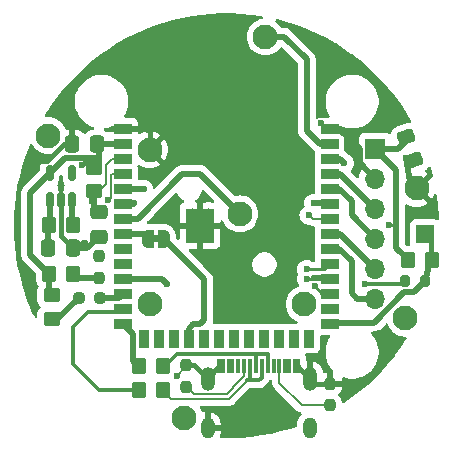
<source format=gbr>
%TF.GenerationSoftware,KiCad,Pcbnew,8.0.0*%
%TF.CreationDate,2024-03-22T20:52:57+01:00*%
%TF.ProjectId,rotatror,726f7461-7472-46f7-922e-6b696361645f,rev?*%
%TF.SameCoordinates,Original*%
%TF.FileFunction,Copper,L1,Top*%
%TF.FilePolarity,Positive*%
%FSLAX46Y46*%
G04 Gerber Fmt 4.6, Leading zero omitted, Abs format (unit mm)*
G04 Created by KiCad (PCBNEW 8.0.0) date 2024-03-22 20:52:57*
%MOMM*%
%LPD*%
G01*
G04 APERTURE LIST*
G04 Aperture macros list*
%AMRoundRect*
0 Rectangle with rounded corners*
0 $1 Rounding radius*
0 $2 $3 $4 $5 $6 $7 $8 $9 X,Y pos of 4 corners*
0 Add a 4 corners polygon primitive as box body*
4,1,4,$2,$3,$4,$5,$6,$7,$8,$9,$2,$3,0*
0 Add four circle primitives for the rounded corners*
1,1,$1+$1,$2,$3*
1,1,$1+$1,$4,$5*
1,1,$1+$1,$6,$7*
1,1,$1+$1,$8,$9*
0 Add four rect primitives between the rounded corners*
20,1,$1+$1,$2,$3,$4,$5,0*
20,1,$1+$1,$4,$5,$6,$7,0*
20,1,$1+$1,$6,$7,$8,$9,0*
20,1,$1+$1,$8,$9,$2,$3,0*%
%AMFreePoly0*
4,1,19,0.500000,-0.750000,0.000000,-0.750000,0.000000,-0.744911,-0.071157,-0.744911,-0.207708,-0.704816,-0.327430,-0.627875,-0.420627,-0.520320,-0.479746,-0.390866,-0.500000,-0.250000,-0.500000,0.250000,-0.479746,0.390866,-0.420627,0.520320,-0.327430,0.627875,-0.207708,0.704816,-0.071157,0.744911,0.000000,0.744911,0.000000,0.750000,0.500000,0.750000,0.500000,-0.750000,0.500000,-0.750000,
$1*%
%AMFreePoly1*
4,1,19,0.000000,0.744911,0.071157,0.744911,0.207708,0.704816,0.327430,0.627875,0.420627,0.520320,0.479746,0.390866,0.500000,0.250000,0.500000,-0.250000,0.479746,-0.390866,0.420627,-0.520320,0.327430,-0.627875,0.207708,-0.704816,0.071157,-0.744911,0.000000,-0.744911,0.000000,-0.750000,-0.500000,-0.750000,-0.500000,0.750000,0.000000,0.750000,0.000000,0.744911,0.000000,0.744911,
$1*%
G04 Aperture macros list end*
%TA.AperFunction,EtchedComponent*%
%ADD10C,0.000000*%
%TD*%
%TA.AperFunction,SMDPad,CuDef*%
%ADD11RoundRect,0.200000X-0.200000X-0.275000X0.200000X-0.275000X0.200000X0.275000X-0.200000X0.275000X0*%
%TD*%
%TA.AperFunction,SMDPad,CuDef*%
%ADD12FreePoly0,180.000000*%
%TD*%
%TA.AperFunction,SMDPad,CuDef*%
%ADD13FreePoly1,180.000000*%
%TD*%
%TA.AperFunction,SMDPad,CuDef*%
%ADD14RoundRect,0.250000X0.561786X-0.154687X0.330922X0.479606X-0.561786X0.154687X-0.330922X-0.479606X0*%
%TD*%
%TA.AperFunction,SMDPad,CuDef*%
%ADD15RoundRect,0.150000X0.150000X-0.512500X0.150000X0.512500X-0.150000X0.512500X-0.150000X-0.512500X0*%
%TD*%
%TA.AperFunction,SMDPad,CuDef*%
%ADD16RoundRect,0.237500X-0.237500X0.250000X-0.237500X-0.250000X0.237500X-0.250000X0.237500X0.250000X0*%
%TD*%
%TA.AperFunction,SMDPad,CuDef*%
%ADD17RoundRect,0.250000X-0.450000X0.350000X-0.450000X-0.350000X0.450000X-0.350000X0.450000X0.350000X0*%
%TD*%
%TA.AperFunction,SMDPad,CuDef*%
%ADD18RoundRect,0.250000X0.350000X0.450000X-0.350000X0.450000X-0.350000X-0.450000X0.350000X-0.450000X0*%
%TD*%
%TA.AperFunction,ComponentPad*%
%ADD19O,1.200000X2.000000*%
%TD*%
%TA.AperFunction,ComponentPad*%
%ADD20O,1.200000X1.800000*%
%TD*%
%TA.AperFunction,SMDPad,CuDef*%
%ADD21R,0.300000X1.300000*%
%TD*%
%TA.AperFunction,SMDPad,CuDef*%
%ADD22RoundRect,0.250000X0.450000X-0.350000X0.450000X0.350000X-0.450000X0.350000X-0.450000X-0.350000X0*%
%TD*%
%TA.AperFunction,SMDPad,CuDef*%
%ADD23RoundRect,0.250000X0.475000X-0.337500X0.475000X0.337500X-0.475000X0.337500X-0.475000X-0.337500X0*%
%TD*%
%TA.AperFunction,ComponentPad*%
%ADD24R,1.700000X1.700000*%
%TD*%
%TA.AperFunction,ComponentPad*%
%ADD25O,1.700000X1.700000*%
%TD*%
%TA.AperFunction,SMDPad,CuDef*%
%ADD26R,1.500000X1.500000*%
%TD*%
%TA.AperFunction,SMDPad,CuDef*%
%ADD27RoundRect,0.237500X0.250000X0.237500X-0.250000X0.237500X-0.250000X-0.237500X0.250000X-0.237500X0*%
%TD*%
%TA.AperFunction,SMDPad,CuDef*%
%ADD28RoundRect,0.250000X-0.350000X-0.450000X0.350000X-0.450000X0.350000X0.450000X-0.350000X0.450000X0*%
%TD*%
%TA.AperFunction,SMDPad,CuDef*%
%ADD29R,1.500000X0.900000*%
%TD*%
%TA.AperFunction,SMDPad,CuDef*%
%ADD30R,0.900000X1.500000*%
%TD*%
%TA.AperFunction,HeatsinkPad*%
%ADD31C,0.600000*%
%TD*%
%TA.AperFunction,SMDPad,CuDef*%
%ADD32R,2.450000X2.910000*%
%TD*%
%TA.AperFunction,SMDPad,CuDef*%
%ADD33RoundRect,0.237500X0.237500X-0.250000X0.237500X0.250000X-0.237500X0.250000X-0.237500X-0.250000X0*%
%TD*%
%TA.AperFunction,SMDPad,CuDef*%
%ADD34RoundRect,0.250000X0.337500X0.475000X-0.337500X0.475000X-0.337500X-0.475000X0.337500X-0.475000X0*%
%TD*%
%TA.AperFunction,SMDPad,CuDef*%
%ADD35RoundRect,0.250000X-0.337500X-0.475000X0.337500X-0.475000X0.337500X0.475000X-0.337500X0.475000X0*%
%TD*%
%TA.AperFunction,ComponentPad*%
%ADD36C,2.100000*%
%TD*%
%TA.AperFunction,ViaPad*%
%ADD37C,0.600000*%
%TD*%
%TA.AperFunction,Conductor*%
%ADD38C,0.500000*%
%TD*%
%TA.AperFunction,Conductor*%
%ADD39C,0.300000*%
%TD*%
%TA.AperFunction,Conductor*%
%ADD40C,0.250000*%
%TD*%
%TA.AperFunction,Conductor*%
%ADD41C,0.200000*%
%TD*%
%TA.AperFunction,Conductor*%
%ADD42C,0.400000*%
%TD*%
G04 APERTURE END LIST*
D10*
%TA.AperFunction,EtchedComponent*%
%TO.C,JP1*%
G36*
X108300000Y-81100000D02*
G01*
X107800000Y-81100000D01*
X107800000Y-80500000D01*
X108300000Y-80500000D01*
X108300000Y-81100000D01*
G37*
%TD.AperFunction*%
%TD*%
D11*
%TO.P,R19,1*%
%TO.N,Net-(U5-~{RESET})*%
X129150000Y-84400000D03*
%TO.P,R19,2*%
%TO.N,/TFT_RST*%
X130800000Y-84400000D03*
%TD*%
D12*
%TO.P,JP1,1,A*%
%TO.N,/S_3*%
X108700000Y-80800000D03*
D13*
%TO.P,JP1,2,B*%
%TO.N,Net-(JP1-B)*%
X107400000Y-80800000D03*
%TD*%
D14*
%TO.P,C6,1*%
%TO.N,GND*%
X129917346Y-74174931D03*
%TO.P,C6,2*%
%TO.N,+3.3VP*%
X129207654Y-72225069D03*
%TD*%
D15*
%TO.P,U2,1,VIN*%
%TO.N,+BATT*%
X99050000Y-77537500D03*
%TO.P,U2,2,GND*%
%TO.N,GND*%
X100000000Y-77537500D03*
%TO.P,U2,3,EN*%
%TO.N,Net-(U2-EN)*%
X100950000Y-77537500D03*
%TO.P,U2,4,FB*%
%TO.N,unconnected-(U2-FB-Pad4)*%
X100950000Y-75262500D03*
%TO.P,U2,5,VOUT*%
%TO.N,+3.3VP*%
X99050000Y-75262500D03*
%TD*%
D16*
%TO.P,R5,1*%
%TO.N,GND*%
X110600000Y-91487500D03*
%TO.P,R5,2*%
%TO.N,Net-(U3-CC1)*%
X110600000Y-93312500D03*
%TD*%
D17*
%TO.P,R10,1*%
%TO.N,+3.3VP*%
X99200000Y-85600000D03*
%TO.P,R10,2*%
%TO.N,Net-(R10-Pad2)*%
X99200000Y-87600000D03*
%TD*%
D18*
%TO.P,R9,2*%
%TO.N,+3.3VP*%
X129400000Y-82600000D03*
%TO.P,R9,1*%
%TO.N,/TFT_RST*%
X131400000Y-82600000D03*
%TD*%
D19*
%TO.P,U3,0,0*%
%TO.N,GND*%
X112425000Y-92645500D03*
D20*
X112425000Y-96845500D03*
D19*
X121075000Y-92645500D03*
D20*
X121075000Y-96845500D03*
D21*
%TO.P,U3,A1,GND*%
X113400000Y-91577500D03*
%TO.P,U3,A4,VBUS*%
%TO.N,+5VD*%
X114200000Y-91577500D03*
%TO.P,U3,A5,CC1*%
%TO.N,Net-(U3-CC1)*%
X115500000Y-91577500D03*
%TO.P,U3,A6,DP1*%
%TO.N,/DP*%
X116500000Y-91577500D03*
%TO.P,U3,A7,DN1*%
%TO.N,/DN*%
X117000000Y-91577500D03*
%TO.P,U3,A8,SBU1*%
%TO.N,unconnected-(U3-SBU1-PadA8)*%
X118000000Y-91577500D03*
%TO.P,U3,A9,VBUS*%
%TO.N,+5VD*%
X119300000Y-91577500D03*
%TO.P,U3,A12,GND*%
%TO.N,GND*%
X120100000Y-91577500D03*
%TO.P,U3,B1,GND*%
X119800000Y-91577500D03*
%TO.P,U3,B4,VBUS*%
%TO.N,+5VD*%
X119000000Y-91577500D03*
%TO.P,U3,B5,CC2*%
%TO.N,Net-(U3-CC2)*%
X118500000Y-91577500D03*
%TO.P,U3,B6,DP2*%
%TO.N,/DP*%
X117500000Y-91577500D03*
%TO.P,U3,B7,DN2*%
%TO.N,/DN*%
X116000000Y-91577500D03*
%TO.P,U3,B8,SBU2*%
%TO.N,unconnected-(U3-SBU2-PadB8)*%
X115000000Y-91577500D03*
%TO.P,U3,B9,VBUS*%
%TO.N,+5VD*%
X114500000Y-91577500D03*
%TO.P,U3,B12,GND*%
%TO.N,GND*%
X113700000Y-91577500D03*
%TD*%
D22*
%TO.P,R1,1*%
%TO.N,Net-(U1-EN)*%
X102800000Y-76800000D03*
%TO.P,R1,2*%
%TO.N,+3.3VP*%
X102800000Y-74800000D03*
%TD*%
D23*
%TO.P,C1,1*%
%TO.N,GND*%
X103200000Y-80637500D03*
%TO.P,C1,2*%
%TO.N,Net-(U1-EN)*%
X103200000Y-78562500D03*
%TD*%
D24*
%TO.P,J1,1,Pin_1*%
%TO.N,+3.3VP*%
X126600000Y-73180000D03*
D25*
%TO.P,J1,2,Pin_2*%
%TO.N,GND*%
X126600000Y-75720000D03*
%TO.P,J1,3,Pin_3*%
%TO.N,/GPIO43*%
X126600000Y-78260000D03*
%TO.P,J1,4,Pin_4*%
%TO.N,/GPIO44*%
X126600000Y-80800000D03*
%TO.P,J1,5,Pin_5*%
%TO.N,/GPIO40*%
X126600000Y-83340000D03*
%TO.P,J1,6,Pin_6*%
%TO.N,/GPIO39*%
X126600000Y-85880000D03*
%TD*%
D18*
%TO.P,R8,1*%
%TO.N,/DN*%
X108600000Y-93600000D03*
%TO.P,R8,2*%
%TO.N,Net-(U1-GPIO19{slash}U1RTS{slash}ADC2_CH8{slash}CLK_OUT2{slash}USB_D-)*%
X106600000Y-93600000D03*
%TD*%
D26*
%TO.P,BOT,1,1*%
%TO.N,/TFT_RST*%
X130800000Y-80400000D03*
%TD*%
D27*
%TO.P,R2,1*%
%TO.N,/S_ROTA*%
X103312500Y-85800000D03*
%TO.P,R2,2*%
%TO.N,Net-(R10-Pad2)*%
X101487500Y-85800000D03*
%TD*%
D28*
%TO.P,R7,1*%
%TO.N,Net-(U1-GPIO20{slash}U1CTS{slash}ADC2_CH9{slash}CLK_OUT1{slash}USB_D+)*%
X106600000Y-91600000D03*
%TO.P,R7,2*%
%TO.N,/DP*%
X108600000Y-91600000D03*
%TD*%
D16*
%TO.P,R3,1*%
%TO.N,/S_ROTB*%
X103200000Y-82287500D03*
%TO.P,R3,2*%
%TO.N,Net-(R11-Pad2)*%
X103200000Y-84112500D03*
%TD*%
D29*
%TO.P,U1,1,GND*%
%TO.N,GND*%
X105250000Y-71490000D03*
%TO.P,U1,2,3V3*%
%TO.N,+3.3VP*%
X105250000Y-72760000D03*
%TO.P,U1,3,EN*%
%TO.N,Net-(U1-EN)*%
X105250000Y-74030000D03*
%TO.P,U1,4,GPIO4/TOUCH4/ADC1_CH3*%
%TO.N,Net-(U1-GPIO4{slash}TOUCH4{slash}ADC1_CH3)*%
X105250000Y-75300000D03*
%TO.P,U1,5,GPIO5/TOUCH5/ADC1_CH4*%
%TO.N,/S_4*%
X105250000Y-76570000D03*
%TO.P,U1,6,GPIO6/TOUCH6/ADC1_CH5*%
%TO.N,/S_ROTB*%
X105250000Y-77840000D03*
%TO.P,U1,7,GPIO7/TOUCH7/ADC1_CH6*%
%TO.N,/S_1*%
X105250000Y-79110000D03*
%TO.P,U1,8,GPIO15/U0RTS/ADC2_CH4/XTAL_32K_P*%
%TO.N,Net-(JP1-B)*%
X105250000Y-80380000D03*
%TO.P,U1,9,GPIO16/U0CTS/ADC2_CH5/XTAL_32K_NH5*%
%TO.N,unconnected-(U1-GPIO16{slash}U0CTS{slash}ADC2_CH5{slash}XTAL_32K_NH5-Pad9)*%
X105250000Y-81650000D03*
%TO.P,U1,10,GPIO17/U1TXD/ADC2_CH6*%
%TO.N,Net-(U1-GPIO17{slash}U1TXD{slash}ADC2_CH6)*%
X105250000Y-82920000D03*
%TO.P,U1,11,GPIO18/U1RXD/ADC2_CH7/CLK_OUT3*%
%TO.N,Net-(U1-GPIO18{slash}U1RXD{slash}ADC2_CH7{slash}CLK_OUT3)*%
X105250000Y-84190000D03*
%TO.P,U1,12,GPIO8/TOUCH8/ADC1_CH7/SUBSPICS1*%
%TO.N,/S_ROTA*%
X105250000Y-85460000D03*
%TO.P,U1,13,GPIO19/U1RTS/ADC2_CH8/CLK_OUT2/USB_D-*%
%TO.N,Net-(U1-GPIO19{slash}U1RTS{slash}ADC2_CH8{slash}CLK_OUT2{slash}USB_D-)*%
X105250000Y-86730000D03*
%TO.P,U1,14,GPIO20/U1CTS/ADC2_CH9/CLK_OUT1/USB_D+*%
%TO.N,Net-(U1-GPIO20{slash}U1CTS{slash}ADC2_CH9{slash}CLK_OUT1{slash}USB_D+)*%
X105250000Y-88000000D03*
D30*
%TO.P,U1,15,GPIO3/TOUCH3/ADC1_CH2*%
%TO.N,unconnected-(U1-GPIO3{slash}TOUCH3{slash}ADC1_CH2-Pad15)*%
X107015000Y-89250000D03*
%TO.P,U1,16,GPIO46*%
%TO.N,unconnected-(U1-GPIO46-Pad16)*%
X108285000Y-89250000D03*
%TO.P,U1,17,GPIO9/TOUCH9/ADC1_CH8/FSPIHD/SUBSPIHD*%
%TO.N,unconnected-(U1-GPIO9{slash}TOUCH9{slash}ADC1_CH8{slash}FSPIHD{slash}SUBSPIHD-Pad17)*%
X109555000Y-89250000D03*
%TO.P,U1,18,GPIO10/TOUCH10/ADC1_CH9/FSPICS0/FSPIIO4/SUBSPICS0*%
%TO.N,/S_3*%
X110825000Y-89250000D03*
%TO.P,U1,19,GPIO11/TOUCH11/ADC2_CH0/FSPICS0/FSPIIO4/SUBSPICS0*%
%TO.N,unconnected-(U1-GPIO11{slash}TOUCH11{slash}ADC2_CH0{slash}FSPICS0{slash}FSPIIO4{slash}SUBSPICS0-Pad19)*%
X112095000Y-89250000D03*
%TO.P,U1,20,GPIO12/TOUCH11/ADC2_CH0/FSPICS0/FSPIIO4/SUBSPICS0*%
%TO.N,unconnected-(U1-GPIO12{slash}TOUCH11{slash}ADC2_CH0{slash}FSPICS0{slash}FSPIIO4{slash}SUBSPICS0-Pad20)*%
X113365000Y-89250000D03*
%TO.P,U1,21,GPIO13/TOUCH13/ADC2_CH2/FSPIQ/FSPIIO7/SUBSPIQ*%
%TO.N,unconnected-(U1-GPIO13{slash}TOUCH13{slash}ADC2_CH2{slash}FSPIQ{slash}FSPIIO7{slash}SUBSPIQ-Pad21)*%
X114635000Y-89250000D03*
%TO.P,U1,22,GPIO14/TOUCH14/ADC2_CH3/FSPIWP/FSPIDQS/SUBSPIWP*%
%TO.N,unconnected-(U1-GPIO14{slash}TOUCH14{slash}ADC2_CH3{slash}FSPIWP{slash}FSPIDQS{slash}SUBSPIWP-Pad22)*%
X115905000Y-89250000D03*
%TO.P,U1,23,GPIO21*%
%TO.N,unconnected-(U1-GPIO21-Pad23)*%
X117175000Y-89250000D03*
%TO.P,U1,24,GPIO47/SPICLK_P/SUBSPICLK_P_DIFF*%
%TO.N,unconnected-(U1-GPIO47{slash}SPICLK_P{slash}SUBSPICLK_P_DIFF-Pad24)*%
X118445000Y-89250000D03*
%TO.P,U1,25,GPIO48/SPICLK_N/SUBSPICLK_N_DIFF*%
%TO.N,unconnected-(U1-GPIO48{slash}SPICLK_N{slash}SUBSPICLK_N_DIFF-Pad25)*%
X119715000Y-89250000D03*
%TO.P,U1,26,GPIO45*%
%TO.N,unconnected-(U1-GPIO45-Pad26)*%
X120985000Y-89250000D03*
D29*
%TO.P,U1,27,GPIO0/BOOT*%
%TO.N,/TFT_RST*%
X122750000Y-88000000D03*
%TO.P,U1,28,SPIIO6/GPIO35/FSPID/SUBSPID*%
%TO.N,/MOSI*%
X122750000Y-86730000D03*
%TO.P,U1,29,SPIIO7/GPIO36/FSPICLK/SUBSPICLK*%
%TO.N,/SCK*%
X122750000Y-85460000D03*
%TO.P,U1,30,SPIDQS/GPIO37/FSPIQ/SUBSPIQ*%
%TO.N,/TFT_CS*%
X122750000Y-84190000D03*
%TO.P,U1,31,GPIO38/FSPIWP/SUBSPIWP*%
%TO.N,/TFT_DC*%
X122750000Y-82920000D03*
%TO.P,U1,32,MTCK/GPIO39/CLK_OUT3/SUBSPICS1*%
%TO.N,/GPIO39*%
X122750000Y-81650000D03*
%TO.P,U1,33,MTDO/GPIO40/CLK_OUT2*%
%TO.N,/GPIO40*%
X122750000Y-80380000D03*
%TO.P,U1,34,MTDI/GPIO41/CLK_OUT1*%
%TO.N,/BLK*%
X122750000Y-79110000D03*
%TO.P,U1,35,MTMS/GPIO42*%
%TO.N,/LED_IO42*%
X122750000Y-77840000D03*
%TO.P,U1,36,U0RXD/GPIO44/CLK_OUT2*%
%TO.N,/GPIO44*%
X122750000Y-76570000D03*
%TO.P,U1,37,U0TXD/GPIO43/CLK_OUT1*%
%TO.N,/GPIO43*%
X122750000Y-75300000D03*
%TO.P,U1,38,GPIO2/TOUCH2/ADC1_CH1*%
%TO.N,/S_2*%
X122750000Y-74030000D03*
%TO.P,U1,39,GPIO1/TOUCH1/ADC1_CH0*%
%TO.N,/S_5*%
X122750000Y-72760000D03*
%TO.P,U1,40,GND*%
%TO.N,GND*%
X122750000Y-71490000D03*
D31*
%TO.P,U1,41,GND*%
X111100000Y-78510000D03*
X111100000Y-79910000D03*
D32*
X111775000Y-79705000D03*
D31*
X111800000Y-79210000D03*
X111800000Y-80610000D03*
X112500000Y-78510000D03*
X112500000Y-79910000D03*
%TD*%
D33*
%TO.P,R6,1*%
%TO.N,Net-(U3-CC2)*%
X122800000Y-94912500D03*
%TO.P,R6,2*%
%TO.N,GND*%
X122800000Y-93087500D03*
%TD*%
D18*
%TO.P,R4,1*%
%TO.N,Net-(U2-EN)*%
X101000000Y-79600000D03*
%TO.P,R4,2*%
%TO.N,+BATT*%
X99000000Y-79600000D03*
%TD*%
D34*
%TO.P,C2,1*%
%TO.N,GND*%
X101000000Y-81600000D03*
%TO.P,C2,2*%
%TO.N,+BATT*%
X98925000Y-81600000D03*
%TD*%
D28*
%TO.P,R11,1*%
%TO.N,+3.3VP*%
X99000000Y-83800000D03*
%TO.P,R11,2*%
%TO.N,Net-(R11-Pad2)*%
X101000000Y-83800000D03*
%TD*%
D35*
%TO.P,C4,1*%
%TO.N,GND*%
X100962500Y-72800000D03*
%TO.P,C4,2*%
%TO.N,+3.3VP*%
X103037500Y-72800000D03*
%TD*%
D36*
%TO.P,S1,A*%
%TO.N,Net-(R10-Pad2)*%
X120595620Y-86345620D03*
%TO.P,S1,B*%
%TO.N,Net-(R11-Pad2)*%
X107500000Y-86345620D03*
%TO.P,S1,COM_A*%
%TO.N,GND*%
X107500000Y-73250000D03*
%TO.P,S1,COM_B*%
X130127410Y-76545120D03*
%TO.P,S1,S1*%
%TO.N,/S_1*%
X115157970Y-78687650D03*
%TO.P,S1,S2*%
%TO.N,/S_2*%
X129158710Y-87526480D03*
%TO.P,S1,S3*%
%TO.N,/S_3*%
X110441570Y-95948110D03*
%TO.P,S1,S4*%
%TO.N,/S_4*%
X98936910Y-72069140D03*
%TO.P,S1,S5*%
%TO.N,/S_5*%
X117300500Y-63718210D03*
%TD*%
D37*
%TO.N,Net-(U5-~{RESET})*%
X125727032Y-84647968D03*
%TO.N,GND*%
X129200000Y-74000000D03*
X127600000Y-71000000D03*
%TO.N,/SCK*%
X121475000Y-84825000D03*
%TO.N,+3.3VP*%
X127800000Y-79600000D03*
%TO.N,/TFT_DC*%
X120800000Y-83400000D03*
%TO.N,/TFT_CS*%
X120800000Y-84200000D03*
%TO.N,/MOSI*%
X122400000Y-86800000D03*
%TO.N,/BLK*%
X121000000Y-78800000D03*
%TO.N,Net-(U1-GPIO4{slash}TOUCH4{slash}ADC1_CH3)*%
X103999998Y-77544912D03*
%TO.N,Net-(U1-GPIO18{slash}U1RXD{slash}ADC2_CH7{slash}CLK_OUT3)*%
X109000000Y-84600000D03*
%TO.N,Net-(U1-GPIO17{slash}U1TXD{slash}ADC2_CH6)*%
X105250000Y-82920000D03*
%TO.N,GND*%
X119400000Y-75000000D03*
%TO.N,/S_4*%
X107000000Y-76600000D03*
%TO.N,/S_3*%
X110800000Y-89600000D03*
%TO.N,/S_ROTB*%
X103200000Y-82287500D03*
X106200000Y-77800000D03*
%TO.N,/S_2*%
X124000000Y-74400000D03*
%TO.N,Net-(U1-EN)*%
X102600000Y-77600000D03*
%TO.N,GND*%
X109800000Y-92400000D03*
X97600000Y-74800000D03*
X118800000Y-71000000D03*
X122000000Y-71000000D03*
X114450000Y-71350000D03*
X117200000Y-86800000D03*
X100000000Y-76200000D03*
X102000000Y-81200000D03*
X111400000Y-71000000D03*
%TO.N,+3.3VP*%
X101800000Y-74600000D03*
%TO.N,+5VD*%
X114349998Y-91577500D03*
X119149998Y-91577500D03*
%TO.N,Net-(R10-Pad2)*%
X101487500Y-85800000D03*
%TO.N,Net-(R11-Pad2)*%
X103200000Y-84112500D03*
%TO.N,/LED_IO42*%
X121400000Y-77800000D03*
%TO.N,+BATT*%
X98925000Y-81600000D03*
%TD*%
D38*
%TO.N,/GPIO39*%
X126600000Y-85880000D02*
X125080000Y-85880000D01*
X125080000Y-85880000D02*
X124600000Y-85400000D01*
D39*
%TO.N,Net-(U5-~{RESET})*%
X128902032Y-84647968D02*
X125727032Y-84647968D01*
X129150000Y-84400000D02*
X128902032Y-84647968D01*
D38*
%TO.N,/GPIO39*%
X124600000Y-82670000D02*
X124600000Y-85400000D01*
X122750000Y-81650000D02*
X123580000Y-81650000D01*
X123580000Y-81650000D02*
X124600000Y-82670000D01*
%TO.N,GND*%
X129200000Y-74000000D02*
X129562500Y-75980210D01*
%TO.N,/TFT_RST*%
X131110910Y-83364998D02*
X131199861Y-82896312D01*
X130920316Y-84162999D02*
X131110910Y-83364998D01*
X130872887Y-84327113D02*
X130920316Y-84162999D01*
X130800000Y-84400000D02*
X130872887Y-84327113D01*
X129875000Y-85325000D02*
X130800000Y-84400000D01*
X129075000Y-85325000D02*
X129875000Y-85325000D01*
X126495590Y-87904410D02*
X129075000Y-85325000D01*
X122845590Y-87904410D02*
X126495590Y-87904410D01*
X122750000Y-88000000D02*
X122845590Y-87904410D01*
%TO.N,+3.3VP*%
X128387500Y-81587500D02*
X128387500Y-79600000D01*
X129600000Y-82800000D02*
X128387500Y-81587500D01*
D40*
%TO.N,/SCK*%
X122110000Y-85460000D02*
X121475000Y-84825000D01*
X122750000Y-85460000D02*
X122110000Y-85460000D01*
D38*
%TO.N,+3.3VP*%
X128387500Y-79600000D02*
X128387500Y-74967500D01*
D40*
X127800000Y-79600000D02*
X128387500Y-79600000D01*
%TO.N,/TFT_DC*%
X120800000Y-83400000D02*
X122270000Y-83400000D01*
X122270000Y-83400000D02*
X122750000Y-82920000D01*
%TO.N,/TFT_CS*%
X122740000Y-84200000D02*
X122750000Y-84190000D01*
X120800000Y-84200000D02*
X122740000Y-84200000D01*
%TO.N,/MOSI*%
X122470000Y-86730000D02*
X122400000Y-86800000D01*
X122750000Y-86730000D02*
X122470000Y-86730000D01*
D39*
%TO.N,/SCK*%
X122180626Y-85460000D02*
X122750000Y-85460000D01*
%TO.N,/TFT_CS*%
X121379475Y-84019936D02*
X122579936Y-84019936D01*
X122579936Y-84019936D02*
X122750000Y-84190000D01*
%TO.N,/TFT_DC*%
X122445000Y-83225000D02*
X122750000Y-82920000D01*
D41*
%TO.N,/BLK*%
X121310000Y-79110000D02*
X121000000Y-78800000D01*
X122750000Y-79110000D02*
X121310000Y-79110000D01*
%TO.N,Net-(U1-GPIO4{slash}TOUCH4{slash}ADC1_CH3)*%
X104200000Y-77344910D02*
X103999998Y-77544912D01*
X104200000Y-75400000D02*
X104200000Y-77344910D01*
D38*
%TO.N,Net-(U1-EN)*%
X102800000Y-78162500D02*
X103200000Y-78562500D01*
X102800000Y-76800000D02*
X102800000Y-78162500D01*
D41*
%TO.N,Net-(U1-GPIO4{slash}TOUCH4{slash}ADC1_CH3)*%
X104300000Y-75300000D02*
X105250000Y-75300000D01*
X104200000Y-75400000D02*
X104300000Y-75300000D01*
%TO.N,Net-(U1-EN)*%
X103800000Y-76200000D02*
X103200000Y-76800000D01*
X103800000Y-74530000D02*
X103800000Y-76200000D01*
X104300000Y-74030000D02*
X103800000Y-74530000D01*
X105250000Y-74030000D02*
X104300000Y-74030000D01*
D38*
%TO.N,Net-(U1-GPIO18{slash}U1RXD{slash}ADC2_CH7{slash}CLK_OUT3)*%
X109000000Y-84600000D02*
X108590000Y-84190000D01*
X108590000Y-84190000D02*
X105250000Y-84190000D01*
%TO.N,GND*%
X129562500Y-75980210D02*
X130127410Y-76545120D01*
X129562500Y-74237500D02*
X129200000Y-74000000D01*
%TO.N,+3.3VP*%
X128387500Y-74967500D02*
X126600000Y-73180000D01*
X128545000Y-73180000D02*
X129562500Y-72162500D01*
X126600000Y-73180000D02*
X128545000Y-73180000D01*
%TO.N,/S_4*%
X107000000Y-76600000D02*
X105280000Y-76600000D01*
X105280000Y-76600000D02*
X105250000Y-76570000D01*
%TO.N,/S_3*%
X108700000Y-80800000D02*
X112150000Y-84250000D01*
X112150000Y-84250000D02*
X112150000Y-87700000D01*
X110825000Y-89575000D02*
X110800000Y-89600000D01*
X110825000Y-88420000D02*
X110825000Y-89250000D01*
X111195000Y-88050000D02*
X110825000Y-88420000D01*
X110825000Y-89250000D02*
X110825000Y-89575000D01*
X112150000Y-87700000D02*
X111800000Y-88050000D01*
X111800000Y-88050000D02*
X111195000Y-88050000D01*
%TO.N,/S_5*%
X120800000Y-71640000D02*
X120800000Y-65600000D01*
X122750000Y-72760000D02*
X121920000Y-72760000D01*
X121920000Y-72760000D02*
X120800000Y-71640000D01*
X120800000Y-65600000D02*
X118918210Y-63718210D01*
X118918210Y-63718210D02*
X117300500Y-63718210D01*
%TO.N,/S_ROTB*%
X106160000Y-77840000D02*
X106200000Y-77800000D01*
X105250000Y-77840000D02*
X106160000Y-77840000D01*
%TO.N,/S_ROTA*%
X103312500Y-85800000D02*
X104910000Y-85800000D01*
X104910000Y-85800000D02*
X105250000Y-85460000D01*
%TO.N,/S_2*%
X123630000Y-74030000D02*
X124000000Y-74400000D01*
X122750000Y-74030000D02*
X123630000Y-74030000D01*
%TO.N,/S_1*%
X106490000Y-79110000D02*
X110284170Y-75315830D01*
X105250000Y-79110000D02*
X106490000Y-79110000D01*
X111786150Y-75315830D02*
X115157970Y-78687650D01*
X110284170Y-75315830D02*
X111786150Y-75315830D01*
D41*
%TO.N,Net-(U1-EN)*%
X103200000Y-77000000D02*
X102600000Y-77600000D01*
X103200000Y-76800000D02*
X102975000Y-76575000D01*
X103200000Y-76800000D02*
X103200000Y-77000000D01*
D42*
%TO.N,GND*%
X120100000Y-91577500D02*
X120100000Y-91670500D01*
X107500000Y-73250000D02*
X107500000Y-71765076D01*
X100000000Y-80600000D02*
X101000000Y-81600000D01*
X98200000Y-74200000D02*
X97600000Y-74800000D01*
X100256660Y-72800000D02*
X98856660Y-74200000D01*
D38*
X102237500Y-81600000D02*
X103200000Y-80637500D01*
D42*
X107224924Y-71490000D02*
X105250000Y-71490000D01*
X110600000Y-91487500D02*
X111267000Y-91487500D01*
D41*
X110600000Y-91600000D02*
X109800000Y-92400000D01*
D42*
X111267000Y-91487500D02*
X112425000Y-92645500D01*
X100962500Y-72800000D02*
X100256660Y-72800000D01*
D38*
X101000000Y-81600000D02*
X102000000Y-81200000D01*
D42*
X98300000Y-74200000D02*
X98200000Y-74200000D01*
D38*
X102000000Y-81200000D02*
X102237500Y-81600000D01*
D42*
X112425000Y-92645500D02*
X112425000Y-92552500D01*
X100000000Y-77537500D02*
X100000000Y-80600000D01*
D38*
X125300000Y-74420000D02*
X126600000Y-75720000D01*
D42*
X121517000Y-93087500D02*
X121075000Y-92645500D01*
X122800000Y-93087500D02*
X121517000Y-93087500D01*
X107500000Y-71765076D02*
X107224924Y-71490000D01*
X120100000Y-91670500D02*
X121075000Y-92645500D01*
D38*
X122750000Y-71490000D02*
X123580000Y-71490000D01*
X123580000Y-71490000D02*
X125300000Y-73210000D01*
X125300000Y-73210000D02*
X125300000Y-74420000D01*
D42*
X112425000Y-92552500D02*
X113400000Y-91577500D01*
D38*
X101000000Y-81600000D02*
X102237500Y-81600000D01*
D42*
X98856660Y-74200000D02*
X98300000Y-74200000D01*
D41*
X110600000Y-91487500D02*
X110600000Y-91600000D01*
D38*
%TO.N,Net-(U2-EN)*%
X100950000Y-77537500D02*
X100950000Y-79550000D01*
X100950000Y-79550000D02*
X101000000Y-79600000D01*
D39*
%TO.N,/DP*%
X116550000Y-90577500D02*
X116500000Y-90627500D01*
X108777500Y-91600000D02*
X108600000Y-91600000D01*
X116450000Y-90577500D02*
X109800000Y-90577500D01*
X117500000Y-90577500D02*
X116550000Y-90577500D01*
X116500000Y-90627500D02*
X116450000Y-90577500D01*
X117500000Y-91577500D02*
X117500000Y-90577500D01*
X116500000Y-90627500D02*
X116500000Y-91577500D01*
X109800000Y-90577500D02*
X108777500Y-91600000D01*
D38*
%TO.N,+3.3VP*%
X103200000Y-74000000D02*
X103000000Y-74000000D01*
X103200000Y-74800000D02*
X103200000Y-74000000D01*
X97400000Y-76912500D02*
X97400000Y-82200000D01*
X99000000Y-85400000D02*
X99200000Y-85600000D01*
X97400000Y-82200000D02*
X99000000Y-83800000D01*
X103077500Y-72760000D02*
X103037500Y-72800000D01*
X105250000Y-72760000D02*
X103077500Y-72760000D01*
X100312500Y-74000000D02*
X99050000Y-75262500D01*
X99050000Y-75262500D02*
X97400000Y-76912500D01*
X103200000Y-74000000D02*
X103200000Y-72962500D01*
D42*
X102400000Y-74000000D02*
X103000000Y-74000000D01*
D41*
X102700000Y-74300000D02*
X103200000Y-74800000D01*
D38*
X103200000Y-72962500D02*
X103037500Y-72800000D01*
D42*
X101800000Y-74600000D02*
X102400000Y-74000000D01*
D38*
X99000000Y-83800000D02*
X99000000Y-85400000D01*
X103000000Y-74000000D02*
X100312500Y-74000000D01*
%TO.N,Net-(U1-GPIO20{slash}U1CTS{slash}ADC2_CH9{slash}CLK_OUT1{slash}USB_D+)*%
X106600000Y-91600000D02*
X106115000Y-91115000D01*
X106115000Y-88865000D02*
X105250000Y-88000000D01*
X106115000Y-91115000D02*
X106115000Y-88865000D01*
D41*
%TO.N,/DN*%
X114240991Y-94345500D02*
X115888750Y-92697741D01*
X108600000Y-93600000D02*
X109345500Y-94345500D01*
D39*
X116000000Y-92577500D02*
X116000000Y-91577500D01*
D41*
X109345500Y-94345500D02*
X114240991Y-94345500D01*
D39*
X117000000Y-91577500D02*
X117000000Y-92577500D01*
X117000000Y-92577500D02*
X116788750Y-92788750D01*
X115888750Y-92688750D02*
X116000000Y-92577500D01*
X115788750Y-92788750D02*
X115888750Y-92688750D01*
X116788750Y-92788750D02*
X115788750Y-92788750D01*
D41*
X115888750Y-92697741D02*
X115888750Y-92688750D01*
D39*
%TO.N,Net-(U1-GPIO19{slash}U1RTS{slash}ADC2_CH8{slash}CLK_OUT2{slash}USB_D-)*%
X106600000Y-93600000D02*
X103242687Y-93600000D01*
X101041210Y-88258858D02*
X102300068Y-87000000D01*
X101041210Y-91398523D02*
X101041210Y-88258858D01*
X102300068Y-87000000D02*
X104980000Y-87000000D01*
X103242687Y-93600000D02*
X101041210Y-91398523D01*
X104980000Y-87000000D02*
X105250000Y-86730000D01*
D42*
%TO.N,/TFT_RST*%
X131313232Y-82567110D02*
X131313232Y-80913232D01*
X131313232Y-80913232D02*
X130800000Y-80400000D01*
D39*
%TO.N,+5VD*%
X114200000Y-91577500D02*
X114349998Y-91577500D01*
D41*
%TO.N,Net-(U3-CC2)*%
X118500000Y-93020805D02*
X118500000Y-91577500D01*
X120391695Y-94912500D02*
X118500000Y-93020805D01*
X122800000Y-94912500D02*
X120391695Y-94912500D01*
%TO.N,Net-(U3-CC1)*%
X111233000Y-93945500D02*
X110600000Y-93312500D01*
X115500000Y-92441104D02*
X114575000Y-93366104D01*
X114075305Y-93945500D02*
X111233000Y-93945500D01*
X114575000Y-93445805D02*
X114075305Y-93945500D01*
X115500000Y-91577500D02*
X115500000Y-92441104D01*
X114575000Y-93366104D02*
X114575000Y-93445805D01*
D38*
%TO.N,Net-(R10-Pad2)*%
X99200000Y-87600000D02*
X99687500Y-87600000D01*
X99687500Y-87600000D02*
X101487500Y-85800000D01*
%TO.N,/GPIO43*%
X123640000Y-75300000D02*
X126600000Y-78260000D01*
X122750000Y-75300000D02*
X123640000Y-75300000D01*
%TO.N,Net-(R11-Pad2)*%
X103200000Y-84112500D02*
X101312500Y-84112500D01*
X101312500Y-84112500D02*
X101000000Y-83800000D01*
%TO.N,/GPIO44*%
X124600000Y-78800000D02*
X126600000Y-80800000D01*
X124600000Y-77590000D02*
X124600000Y-78800000D01*
X122750000Y-76570000D02*
X123580000Y-76570000D01*
X123580000Y-76570000D02*
X124600000Y-77590000D01*
%TO.N,/GPIO40*%
X123640000Y-80380000D02*
X126600000Y-83340000D01*
X122750000Y-80380000D02*
X123640000Y-80380000D01*
%TO.N,Net-(JP1-B)*%
X107400000Y-80800000D02*
X106980000Y-80380000D01*
X106980000Y-80380000D02*
X105250000Y-80380000D01*
%TO.N,/LED_IO42*%
X121400000Y-77800000D02*
X122710000Y-77800000D01*
X122710000Y-77800000D02*
X122750000Y-77840000D01*
%TO.N,+BATT*%
X98925000Y-81600000D02*
X98925000Y-79675000D01*
X99050000Y-79550000D02*
X99000000Y-79600000D01*
X98925000Y-79675000D02*
X99000000Y-79600000D01*
X99050000Y-77537500D02*
X99050000Y-79550000D01*
%TD*%
%TA.AperFunction,Conductor*%
%TO.N,GND*%
G36*
X117788759Y-92726562D02*
G01*
X117853308Y-92753301D01*
X117893155Y-92810694D01*
X117899500Y-92849851D01*
X117899500Y-92934135D01*
X117899499Y-92934153D01*
X117899499Y-93099859D01*
X117899498Y-93099859D01*
X117940423Y-93252590D01*
X117960317Y-93287047D01*
X117960316Y-93287047D01*
X117960317Y-93287048D01*
X118019475Y-93389514D01*
X118019481Y-93389522D01*
X118138349Y-93508390D01*
X118138354Y-93508394D01*
X120022979Y-95393020D01*
X120022981Y-95393021D01*
X120022985Y-95393024D01*
X120151966Y-95467490D01*
X120159911Y-95472077D01*
X120293856Y-95507968D01*
X120353514Y-95544333D01*
X120384043Y-95607180D01*
X120375748Y-95676555D01*
X120349442Y-95715423D01*
X120235964Y-95828901D01*
X120134195Y-95968975D01*
X120055591Y-96123242D01*
X120002085Y-96287915D01*
X119975000Y-96458928D01*
X119975000Y-96585838D01*
X119955315Y-96652877D01*
X119902511Y-96698632D01*
X119890973Y-96703218D01*
X119404131Y-96869009D01*
X119398585Y-96870754D01*
X118593442Y-97103442D01*
X118587821Y-97104925D01*
X117772634Y-97299624D01*
X117766949Y-97300841D01*
X116943572Y-97457108D01*
X116937837Y-97458058D01*
X116108016Y-97575565D01*
X116102241Y-97576245D01*
X115267838Y-97654724D01*
X115262039Y-97655133D01*
X114424853Y-97694417D01*
X114419041Y-97694553D01*
X113580959Y-97694553D01*
X113575132Y-97694416D01*
X113568160Y-97694088D01*
X113502119Y-97671275D01*
X113458897Y-97616379D01*
X113452214Y-97546830D01*
X113456056Y-97531906D01*
X113497914Y-97403084D01*
X113525000Y-97232071D01*
X113525000Y-97095500D01*
X112825000Y-97095500D01*
X112825000Y-96595500D01*
X113525000Y-96595500D01*
X113525000Y-96458928D01*
X113497914Y-96287915D01*
X113444408Y-96123242D01*
X113365804Y-95968975D01*
X113264032Y-95828897D01*
X113141602Y-95706467D01*
X113001524Y-95604695D01*
X112847257Y-95526091D01*
X112682589Y-95472587D01*
X112682581Y-95472585D01*
X112675000Y-95471384D01*
X112675000Y-96229814D01*
X112670606Y-96225420D01*
X112579394Y-96172759D01*
X112477661Y-96145500D01*
X112372339Y-96145500D01*
X112270606Y-96172759D01*
X112179394Y-96225420D01*
X112175000Y-96229814D01*
X112175000Y-95471384D01*
X112174999Y-95471384D01*
X112167418Y-95472585D01*
X112167401Y-95472589D01*
X112060873Y-95507202D01*
X111991032Y-95509197D01*
X111931199Y-95473116D01*
X111907995Y-95436723D01*
X111827349Y-95242024D01*
X111827347Y-95242021D01*
X111761636Y-95134790D01*
X111743391Y-95067344D01*
X111764507Y-95000742D01*
X111818279Y-94956128D01*
X111867363Y-94946000D01*
X114154322Y-94946000D01*
X114154338Y-94946001D01*
X114161934Y-94946001D01*
X114320045Y-94946001D01*
X114320048Y-94946001D01*
X114472776Y-94905077D01*
X114522895Y-94876139D01*
X114609707Y-94826020D01*
X114721511Y-94714216D01*
X114721511Y-94714214D01*
X114731719Y-94704007D01*
X114731720Y-94704004D01*
X115960157Y-93475569D01*
X116021480Y-93442084D01*
X116047838Y-93439250D01*
X116852821Y-93439250D01*
X116958435Y-93418241D01*
X116978494Y-93414251D01*
X117096877Y-93365215D01*
X117135737Y-93339250D01*
X117135738Y-93339250D01*
X117186383Y-93305409D01*
X117203419Y-93294027D01*
X117505277Y-92992169D01*
X117576466Y-92885626D01*
X117610986Y-92802283D01*
X117654824Y-92747883D01*
X117712289Y-92726449D01*
X117736753Y-92723819D01*
X117763251Y-92723819D01*
X117788759Y-92726562D01*
G37*
%TD.AperFunction*%
%TA.AperFunction,Conductor*%
G36*
X127613349Y-87950529D02*
G01*
X127669283Y-87992400D01*
X127684577Y-88019259D01*
X127772930Y-88232565D01*
X127772932Y-88232568D01*
X127900447Y-88440653D01*
X127900448Y-88440656D01*
X127900451Y-88440659D01*
X128058951Y-88626239D01*
X128199371Y-88746169D01*
X128244533Y-88784741D01*
X128244535Y-88784741D01*
X128264215Y-88796801D01*
X128452620Y-88912257D01*
X128678091Y-89005649D01*
X128678088Y-89005649D01*
X128678094Y-89005650D01*
X128678098Y-89005652D01*
X128915408Y-89062626D01*
X129147985Y-89080929D01*
X129213272Y-89105813D01*
X129254743Y-89162043D01*
X129259230Y-89231769D01*
X129244660Y-89268217D01*
X129226047Y-89299323D01*
X129222946Y-89304241D01*
X128759367Y-90002458D01*
X128756038Y-90007225D01*
X128260246Y-90682937D01*
X128256698Y-90687542D01*
X127729781Y-91339272D01*
X127726025Y-91343701D01*
X127620315Y-91462592D01*
X127169129Y-91970028D01*
X127165165Y-91974280D01*
X126579536Y-92573803D01*
X126575377Y-92577866D01*
X125962277Y-93149293D01*
X125957932Y-93153156D01*
X125318732Y-93695208D01*
X125314211Y-93698863D01*
X124650307Y-94210358D01*
X124645620Y-94213797D01*
X123968253Y-94686781D01*
X123902018Y-94709023D01*
X123834273Y-94691924D01*
X123786526Y-94640914D01*
X123773904Y-94597714D01*
X123765174Y-94512247D01*
X123736520Y-94425776D01*
X123710908Y-94348484D01*
X123620340Y-94201650D01*
X123506017Y-94087327D01*
X123472532Y-94026004D01*
X123477516Y-93956312D01*
X123506017Y-93911964D01*
X123619948Y-93798033D01*
X123710448Y-93651311D01*
X123710453Y-93651300D01*
X123764680Y-93487652D01*
X123774999Y-93386654D01*
X123775000Y-93386641D01*
X123775000Y-93337500D01*
X122674000Y-93337500D01*
X122606961Y-93317815D01*
X122561206Y-93265011D01*
X122550000Y-93213500D01*
X122550000Y-92100000D01*
X122513361Y-92100000D01*
X122513343Y-92100001D01*
X122412346Y-92110319D01*
X122318150Y-92141532D01*
X122248322Y-92143933D01*
X122188280Y-92108201D01*
X122157088Y-92045681D01*
X122156674Y-92043224D01*
X122147913Y-91987915D01*
X122094408Y-91823242D01*
X122015804Y-91668975D01*
X121914032Y-91528897D01*
X121791602Y-91406467D01*
X121651524Y-91304695D01*
X121497257Y-91226091D01*
X121332589Y-91172587D01*
X121332581Y-91172585D01*
X121325000Y-91171384D01*
X121325000Y-91929814D01*
X121320606Y-91925420D01*
X121229394Y-91872759D01*
X121127661Y-91845500D01*
X121022339Y-91845500D01*
X120920606Y-91872759D01*
X120829394Y-91925420D01*
X120825000Y-91929814D01*
X120825000Y-91171383D01*
X120793474Y-91144461D01*
X120755277Y-91085956D01*
X120750000Y-91050166D01*
X120750000Y-90879672D01*
X120749999Y-90879655D01*
X120743598Y-90820127D01*
X120743596Y-90820120D01*
X120693352Y-90685408D01*
X120692542Y-90683924D01*
X120692182Y-90682271D01*
X120690254Y-90677101D01*
X120690997Y-90676823D01*
X120677691Y-90615650D01*
X120702109Y-90550186D01*
X120758044Y-90508316D01*
X120801371Y-90500499D01*
X121482872Y-90500499D01*
X121542483Y-90494091D01*
X121677331Y-90443796D01*
X121792546Y-90357546D01*
X121878796Y-90242331D01*
X121929091Y-90107483D01*
X121935500Y-90047873D01*
X121935499Y-89074498D01*
X121955183Y-89007460D01*
X122007987Y-88961705D01*
X122059494Y-88950499D01*
X122681893Y-88950499D01*
X122748932Y-88970184D01*
X122794687Y-89022988D01*
X122804631Y-89092146D01*
X122781164Y-89147867D01*
X122781426Y-89148042D01*
X122780518Y-89149399D01*
X122780277Y-89149974D01*
X122779176Y-89151408D01*
X122779172Y-89151414D01*
X122631668Y-89406899D01*
X122631664Y-89406909D01*
X122518774Y-89679448D01*
X122518771Y-89679458D01*
X122442418Y-89964414D01*
X122442416Y-89964425D01*
X122403910Y-90256896D01*
X122403910Y-90551923D01*
X122435981Y-90795523D01*
X122442417Y-90844403D01*
X122518771Y-91129361D01*
X122518774Y-91129371D01*
X122631664Y-91401910D01*
X122631668Y-91401920D01*
X122779171Y-91657403D01*
X122958762Y-91891450D01*
X122958768Y-91891457D01*
X123020974Y-91953663D01*
X123054459Y-92014986D01*
X123050000Y-92077336D01*
X123050000Y-92837500D01*
X123774999Y-92837500D01*
X123774999Y-92788360D01*
X123774998Y-92788345D01*
X123764681Y-92687350D01*
X123763470Y-92681693D01*
X123768685Y-92612019D01*
X123810741Y-92556224D01*
X123876286Y-92532023D01*
X123925167Y-92540030D01*
X123925605Y-92538741D01*
X123929444Y-92540043D01*
X123929458Y-92540049D01*
X124214417Y-92616403D01*
X124506904Y-92654910D01*
X124506911Y-92654910D01*
X124801909Y-92654910D01*
X124801916Y-92654910D01*
X125094403Y-92616403D01*
X125379362Y-92540049D01*
X125651917Y-92427153D01*
X125907404Y-92279648D01*
X126141452Y-92100056D01*
X126350056Y-91891452D01*
X126529648Y-91657404D01*
X126677153Y-91401917D01*
X126790049Y-91129362D01*
X126866403Y-90844403D01*
X126904910Y-90551916D01*
X126904910Y-90256904D01*
X126866403Y-89964417D01*
X126790049Y-89679458D01*
X126677153Y-89406903D01*
X126615042Y-89299324D01*
X126529648Y-89151416D01*
X126350057Y-88917369D01*
X126350051Y-88917362D01*
X126299280Y-88866591D01*
X126265795Y-88805268D01*
X126270779Y-88735576D01*
X126312651Y-88679643D01*
X126378115Y-88655226D01*
X126386961Y-88654910D01*
X126569510Y-88654910D01*
X126670545Y-88634812D01*
X126714503Y-88626068D01*
X126851085Y-88569494D01*
X126900319Y-88536596D01*
X126911431Y-88529172D01*
X126924661Y-88520331D01*
X126974006Y-88487362D01*
X127482338Y-87979028D01*
X127543658Y-87945545D01*
X127613349Y-87950529D01*
G37*
%TD.AperFunction*%
%TA.AperFunction,Conductor*%
G36*
X114424853Y-61705583D02*
G01*
X115262041Y-61744866D01*
X115267838Y-61745275D01*
X115333551Y-61751455D01*
X116102267Y-61823757D01*
X116107987Y-61824430D01*
X116937837Y-61941941D01*
X116943572Y-61942891D01*
X116996274Y-61952893D01*
X117058467Y-61984732D01*
X117093574Y-62045141D01*
X117090448Y-62114941D01*
X117050082Y-62171970D01*
X117002101Y-62195291D01*
X116868684Y-62227323D01*
X116819880Y-62239040D01*
X116594410Y-62332432D01*
X116386326Y-62459947D01*
X116386323Y-62459948D01*
X116200741Y-62618451D01*
X116042238Y-62804033D01*
X116042237Y-62804036D01*
X115914722Y-63012120D01*
X115821330Y-63237590D01*
X115764353Y-63474912D01*
X115745206Y-63718210D01*
X115764353Y-63961507D01*
X115764353Y-63961510D01*
X115764354Y-63961512D01*
X115815162Y-64173140D01*
X115821330Y-64198829D01*
X115914722Y-64424299D01*
X116042237Y-64632383D01*
X116042238Y-64632386D01*
X116095949Y-64695273D01*
X116200741Y-64817969D01*
X116344397Y-64940663D01*
X116386323Y-64976471D01*
X116386326Y-64976472D01*
X116594410Y-65103987D01*
X116775847Y-65179140D01*
X116801199Y-65189641D01*
X116819881Y-65197379D01*
X116819878Y-65197379D01*
X116819884Y-65197380D01*
X116819888Y-65197382D01*
X117057198Y-65254356D01*
X117300500Y-65273504D01*
X117543802Y-65254356D01*
X117781112Y-65197382D01*
X118006589Y-65103987D01*
X118214679Y-64976469D01*
X118400259Y-64817969D01*
X118558759Y-64632389D01*
X118558763Y-64632383D01*
X118561621Y-64628450D01*
X118563139Y-64629552D01*
X118609000Y-64588034D01*
X118677926Y-64576589D01*
X118742098Y-64604226D01*
X118750633Y-64612001D01*
X120013181Y-65874549D01*
X120046666Y-65935872D01*
X120049500Y-65962230D01*
X120049500Y-71713918D01*
X120049500Y-71713920D01*
X120049499Y-71713920D01*
X120078340Y-71858907D01*
X120078343Y-71858917D01*
X120134913Y-71995490D01*
X120134915Y-71995493D01*
X120144274Y-72009501D01*
X120217049Y-72118418D01*
X120217052Y-72118421D01*
X121441578Y-73342946D01*
X121441581Y-73342949D01*
X121452170Y-73350024D01*
X121496975Y-73403636D01*
X121506569Y-73466380D01*
X121505909Y-73472516D01*
X121505909Y-73472517D01*
X121499500Y-73532127D01*
X121499500Y-73532128D01*
X121499500Y-73532132D01*
X121499500Y-74527870D01*
X121499501Y-74527876D01*
X121505908Y-74587481D01*
X121518659Y-74621669D01*
X121523642Y-74691361D01*
X121518659Y-74708331D01*
X121505908Y-74742518D01*
X121501271Y-74785651D01*
X121499501Y-74802123D01*
X121499500Y-74802135D01*
X121499500Y-75797870D01*
X121499501Y-75797876D01*
X121505908Y-75857481D01*
X121518659Y-75891669D01*
X121523642Y-75961361D01*
X121518659Y-75978331D01*
X121505908Y-76012518D01*
X121499501Y-76072116D01*
X121499500Y-76072135D01*
X121499500Y-76872410D01*
X121479815Y-76939449D01*
X121427011Y-76985204D01*
X121389384Y-76995630D01*
X121220749Y-77014630D01*
X121220745Y-77014631D01*
X121050476Y-77074211D01*
X120897737Y-77170184D01*
X120770184Y-77297737D01*
X120674211Y-77450476D01*
X120614631Y-77620745D01*
X120614630Y-77620750D01*
X120594435Y-77799996D01*
X120594435Y-77800003D01*
X120614631Y-77979253D01*
X120614631Y-77979254D01*
X120615670Y-77982223D01*
X120615773Y-77984260D01*
X120616181Y-77986044D01*
X120615868Y-77986115D01*
X120619231Y-78052002D01*
X120584501Y-78112629D01*
X120564602Y-78128169D01*
X120497738Y-78170183D01*
X120370184Y-78297737D01*
X120274211Y-78450476D01*
X120214631Y-78620745D01*
X120214630Y-78620750D01*
X120194435Y-78799996D01*
X120194435Y-78800003D01*
X120214630Y-78979249D01*
X120214631Y-78979254D01*
X120274211Y-79149523D01*
X120364020Y-79292452D01*
X120370184Y-79302262D01*
X120497738Y-79429816D01*
X120537818Y-79455000D01*
X120648927Y-79524815D01*
X120650478Y-79525789D01*
X120762468Y-79564976D01*
X120820745Y-79585368D01*
X120820750Y-79585369D01*
X120933712Y-79598096D01*
X120981830Y-79613929D01*
X121008800Y-79629500D01*
X121078215Y-79669577D01*
X121230942Y-79710500D01*
X121230943Y-79710500D01*
X121379906Y-79710500D01*
X121446945Y-79730185D01*
X121492700Y-79782989D01*
X121503195Y-79847752D01*
X121499500Y-79882127D01*
X121499500Y-79882131D01*
X121499500Y-79882132D01*
X121499500Y-80877870D01*
X121499501Y-80877876D01*
X121505908Y-80937481D01*
X121518659Y-80971669D01*
X121523642Y-81041361D01*
X121518659Y-81058331D01*
X121505908Y-81092518D01*
X121499501Y-81152116D01*
X121499500Y-81152135D01*
X121499500Y-82147870D01*
X121499501Y-82147876D01*
X121505908Y-82207481D01*
X121518659Y-82241669D01*
X121523642Y-82311361D01*
X121518659Y-82328331D01*
X121505908Y-82362518D01*
X121499845Y-82418917D01*
X121499501Y-82422123D01*
X121499500Y-82422135D01*
X121499500Y-82650500D01*
X121479815Y-82717539D01*
X121427011Y-82763294D01*
X121375500Y-82774500D01*
X121344855Y-82774500D01*
X121278883Y-82755494D01*
X121149523Y-82674211D01*
X120979254Y-82614631D01*
X120979249Y-82614630D01*
X120800004Y-82594435D01*
X120799996Y-82594435D01*
X120620750Y-82614630D01*
X120620745Y-82614631D01*
X120450476Y-82674211D01*
X120297737Y-82770184D01*
X120170184Y-82897737D01*
X120074211Y-83050476D01*
X120014631Y-83220745D01*
X120014630Y-83220750D01*
X119994435Y-83399996D01*
X119994435Y-83400003D01*
X120014630Y-83579249D01*
X120014633Y-83579262D01*
X120076510Y-83756094D01*
X120074364Y-83756844D01*
X120083962Y-83815144D01*
X120075609Y-83843590D01*
X120076510Y-83843906D01*
X120014633Y-84020737D01*
X120014630Y-84020750D01*
X119994435Y-84199996D01*
X119994435Y-84200003D01*
X120014630Y-84379249D01*
X120014631Y-84379254D01*
X120074211Y-84549524D01*
X120162521Y-84690066D01*
X120181522Y-84757303D01*
X120161155Y-84824138D01*
X120107887Y-84869353D01*
X120104981Y-84870600D01*
X119889530Y-84959842D01*
X119681446Y-85087357D01*
X119681443Y-85087358D01*
X119495861Y-85245861D01*
X119337358Y-85431443D01*
X119337357Y-85431446D01*
X119209842Y-85639530D01*
X119116450Y-85865000D01*
X119059475Y-86102314D01*
X119059473Y-86102320D01*
X119040326Y-86345620D01*
X119059473Y-86588917D01*
X119059473Y-86588920D01*
X119059474Y-86588922D01*
X119098482Y-86751401D01*
X119116450Y-86826239D01*
X119209842Y-87051709D01*
X119337357Y-87259793D01*
X119337358Y-87259796D01*
X119337361Y-87259799D01*
X119495861Y-87445379D01*
X119596119Y-87531007D01*
X119681443Y-87603881D01*
X119681446Y-87603882D01*
X119889530Y-87731397D01*
X119960851Y-87760939D01*
X120015254Y-87804780D01*
X120037319Y-87871074D01*
X120020040Y-87938773D01*
X119968903Y-87986384D01*
X119913398Y-87999500D01*
X119217129Y-87999500D01*
X119217123Y-87999501D01*
X119157518Y-88005908D01*
X119123331Y-88018659D01*
X119053639Y-88023642D01*
X119036669Y-88018659D01*
X119005655Y-88007092D01*
X119002483Y-88005909D01*
X119002482Y-88005908D01*
X118942883Y-87999501D01*
X118942881Y-87999500D01*
X118942873Y-87999500D01*
X118942864Y-87999500D01*
X117947129Y-87999500D01*
X117947123Y-87999501D01*
X117887518Y-88005908D01*
X117853331Y-88018659D01*
X117783639Y-88023642D01*
X117766669Y-88018659D01*
X117735655Y-88007092D01*
X117732483Y-88005909D01*
X117732482Y-88005908D01*
X117672883Y-87999501D01*
X117672881Y-87999500D01*
X117672873Y-87999500D01*
X117672864Y-87999500D01*
X116677129Y-87999500D01*
X116677123Y-87999501D01*
X116617518Y-88005908D01*
X116583331Y-88018659D01*
X116513639Y-88023642D01*
X116496669Y-88018659D01*
X116465655Y-88007092D01*
X116462483Y-88005909D01*
X116462482Y-88005908D01*
X116402883Y-87999501D01*
X116402881Y-87999500D01*
X116402873Y-87999500D01*
X116402864Y-87999500D01*
X115407129Y-87999500D01*
X115407123Y-87999501D01*
X115347518Y-88005908D01*
X115313331Y-88018659D01*
X115243639Y-88023642D01*
X115226669Y-88018659D01*
X115195655Y-88007092D01*
X115192483Y-88005909D01*
X115192482Y-88005908D01*
X115132883Y-87999501D01*
X115132881Y-87999500D01*
X115132873Y-87999500D01*
X115132864Y-87999500D01*
X114137129Y-87999500D01*
X114137123Y-87999501D01*
X114077518Y-88005908D01*
X114043331Y-88018659D01*
X113973639Y-88023642D01*
X113956669Y-88018659D01*
X113925655Y-88007092D01*
X113922483Y-88005909D01*
X113922482Y-88005908D01*
X113862883Y-87999501D01*
X113862881Y-87999500D01*
X113862873Y-87999500D01*
X113862865Y-87999500D01*
X113006723Y-87999500D01*
X112939684Y-87979815D01*
X112893929Y-87927011D01*
X112883985Y-87857853D01*
X112885106Y-87851308D01*
X112888553Y-87833980D01*
X112900500Y-87773917D01*
X112900500Y-87626082D01*
X112900500Y-84176082D01*
X112900500Y-84176079D01*
X112871659Y-84031092D01*
X112871658Y-84031091D01*
X112871658Y-84031087D01*
X112871328Y-84030290D01*
X112815087Y-83894511D01*
X112815085Y-83894507D01*
X112815084Y-83894505D01*
X112777509Y-83838270D01*
X112777508Y-83838268D01*
X112732956Y-83771589D01*
X112732952Y-83771584D01*
X112044627Y-83083259D01*
X116179290Y-83083259D01*
X116219658Y-83286202D01*
X116219660Y-83286210D01*
X116298848Y-83477386D01*
X116413814Y-83649447D01*
X116560132Y-83795765D01*
X116560135Y-83795767D01*
X116732192Y-83910731D01*
X116923370Y-83989920D01*
X117078299Y-84020737D01*
X117126320Y-84030289D01*
X117126324Y-84030290D01*
X117126325Y-84030290D01*
X117333256Y-84030290D01*
X117333257Y-84030289D01*
X117536210Y-83989920D01*
X117727388Y-83910731D01*
X117899445Y-83795767D01*
X118045767Y-83649445D01*
X118160731Y-83477388D01*
X118239920Y-83286210D01*
X118280290Y-83083255D01*
X118280290Y-82876325D01*
X118239920Y-82673370D01*
X118160731Y-82482192D01*
X118045767Y-82310135D01*
X118045765Y-82310132D01*
X117899447Y-82163814D01*
X117752938Y-82065921D01*
X117727388Y-82048849D01*
X117724131Y-82047500D01*
X117536210Y-81969660D01*
X117536202Y-81969658D01*
X117333259Y-81929290D01*
X117333255Y-81929290D01*
X117126325Y-81929290D01*
X117126320Y-81929290D01*
X116923377Y-81969658D01*
X116923369Y-81969660D01*
X116732193Y-82048848D01*
X116560132Y-82163814D01*
X116413814Y-82310132D01*
X116298848Y-82482193D01*
X116219660Y-82673369D01*
X116219658Y-82673377D01*
X116179290Y-82876320D01*
X116179290Y-83083259D01*
X112044627Y-83083259D01*
X110833049Y-81871681D01*
X110799564Y-81810358D01*
X110804548Y-81740666D01*
X110846420Y-81684733D01*
X110911884Y-81660316D01*
X110920730Y-81660000D01*
X111525000Y-81660000D01*
X112025000Y-81660000D01*
X113047828Y-81660000D01*
X113047844Y-81659999D01*
X113107372Y-81653598D01*
X113107379Y-81653596D01*
X113242086Y-81603354D01*
X113242093Y-81603350D01*
X113357187Y-81517190D01*
X113357190Y-81517187D01*
X113443350Y-81402093D01*
X113443354Y-81402086D01*
X113493596Y-81267379D01*
X113493598Y-81267372D01*
X113499999Y-81207844D01*
X113500000Y-81207824D01*
X113500000Y-79955000D01*
X112808554Y-79955000D01*
X112536556Y-80226995D01*
X112536548Y-80227006D01*
X112117006Y-80646548D01*
X112117001Y-80646550D01*
X112025000Y-80738552D01*
X112025000Y-81660000D01*
X111525000Y-81660000D01*
X111525000Y-80688553D01*
X111476284Y-80639837D01*
X111650000Y-80639837D01*
X111672836Y-80694968D01*
X111715032Y-80737164D01*
X111770163Y-80760000D01*
X111829837Y-80760000D01*
X111884968Y-80737164D01*
X111927164Y-80694968D01*
X111950000Y-80639837D01*
X111950000Y-80580163D01*
X111927164Y-80525032D01*
X111884968Y-80482836D01*
X111829837Y-80460000D01*
X111770163Y-80460000D01*
X111715032Y-80482836D01*
X111672836Y-80525032D01*
X111650000Y-80580163D01*
X111650000Y-80639837D01*
X111476284Y-80639837D01*
X111460731Y-80624284D01*
X111460726Y-80624280D01*
X111044573Y-80208127D01*
X111044571Y-80208124D01*
X110791447Y-79955000D01*
X110050000Y-79955000D01*
X110050000Y-80789270D01*
X110030315Y-80856309D01*
X109977511Y-80902064D01*
X109908353Y-80912008D01*
X109844797Y-80882983D01*
X109838319Y-80876951D01*
X109741819Y-80780451D01*
X109708334Y-80719128D01*
X109705500Y-80692770D01*
X109705500Y-80534426D01*
X109705497Y-80534399D01*
X109705497Y-80478060D01*
X109685035Y-80335744D01*
X109685034Y-80335739D01*
X109657786Y-80242944D01*
X109644498Y-80197691D01*
X109644496Y-80197686D01*
X109584776Y-80066918D01*
X109584773Y-80066914D01*
X109584770Y-80066906D01*
X109506986Y-79945870D01*
X109506985Y-79945869D01*
X109506984Y-79945867D01*
X109506981Y-79945863D01*
X109501759Y-79939837D01*
X110950000Y-79939837D01*
X110972836Y-79994968D01*
X111015032Y-80037164D01*
X111070163Y-80060000D01*
X111129837Y-80060000D01*
X111184968Y-80037164D01*
X111227164Y-79994968D01*
X111243719Y-79955000D01*
X111498553Y-79955000D01*
X111524999Y-79981446D01*
X111525000Y-79981445D01*
X111525000Y-79955000D01*
X112025000Y-79955000D01*
X112025000Y-80031446D01*
X112101446Y-79955000D01*
X112025000Y-79955000D01*
X111525000Y-79955000D01*
X111498553Y-79955000D01*
X111243719Y-79955000D01*
X111250000Y-79939837D01*
X112350000Y-79939837D01*
X112372836Y-79994968D01*
X112415032Y-80037164D01*
X112470163Y-80060000D01*
X112529837Y-80060000D01*
X112584968Y-80037164D01*
X112627164Y-79994968D01*
X112650000Y-79939837D01*
X112650000Y-79880163D01*
X112627164Y-79825032D01*
X112584968Y-79782836D01*
X112529837Y-79760000D01*
X112470163Y-79760000D01*
X112415032Y-79782836D01*
X112372836Y-79825032D01*
X112350000Y-79880163D01*
X112350000Y-79939837D01*
X111250000Y-79939837D01*
X111250000Y-79880163D01*
X111227164Y-79825032D01*
X111184968Y-79782836D01*
X111129837Y-79760000D01*
X111070163Y-79760000D01*
X111015032Y-79782836D01*
X110972836Y-79825032D01*
X110950000Y-79880163D01*
X110950000Y-79939837D01*
X109501759Y-79939837D01*
X109412847Y-79837226D01*
X109412830Y-79837207D01*
X109412829Y-79837206D01*
X109304091Y-79742985D01*
X109249753Y-79708064D01*
X109183142Y-79665255D01*
X109183136Y-79665252D01*
X109104849Y-79629500D01*
X109052259Y-79605483D01*
X108934650Y-79570950D01*
X108914308Y-79564977D01*
X108914296Y-79564974D01*
X108771889Y-79544500D01*
X108200000Y-79544500D01*
X108199997Y-79544500D01*
X108128061Y-79549644D01*
X108128056Y-79549645D01*
X108090735Y-79560603D01*
X108038158Y-79564363D01*
X107900001Y-79544500D01*
X107900000Y-79544500D01*
X107416229Y-79544500D01*
X107349190Y-79524815D01*
X107303435Y-79472011D01*
X107293491Y-79402853D01*
X107322516Y-79339297D01*
X107328548Y-79332819D01*
X107887144Y-78774223D01*
X109690331Y-76971034D01*
X109751652Y-76937551D01*
X109821344Y-76942535D01*
X109877277Y-76984407D01*
X109892571Y-77011264D01*
X109934887Y-77113426D01*
X110049854Y-77285487D01*
X110196172Y-77431805D01*
X110196175Y-77431807D01*
X110368232Y-77546771D01*
X110378609Y-77551069D01*
X110433013Y-77594909D01*
X110455079Y-77661203D01*
X110437801Y-77728903D01*
X110386664Y-77776514D01*
X110374492Y-77781813D01*
X110307912Y-77806646D01*
X110307906Y-77806649D01*
X110192812Y-77892809D01*
X110192809Y-77892812D01*
X110106649Y-78007906D01*
X110106645Y-78007913D01*
X110056403Y-78142620D01*
X110056401Y-78142627D01*
X110050000Y-78202155D01*
X110050000Y-79455000D01*
X111201446Y-79455000D01*
X111201446Y-79454999D01*
X111416609Y-79239837D01*
X111650000Y-79239837D01*
X111672836Y-79294968D01*
X111715032Y-79337164D01*
X111770163Y-79360000D01*
X111829837Y-79360000D01*
X111884968Y-79337164D01*
X111927164Y-79294968D01*
X111950000Y-79239837D01*
X111950000Y-79180163D01*
X111927164Y-79125032D01*
X111884968Y-79082836D01*
X111829837Y-79060000D01*
X111770163Y-79060000D01*
X111715032Y-79082836D01*
X111672836Y-79125032D01*
X111650000Y-79180163D01*
X111650000Y-79239837D01*
X111416609Y-79239837D01*
X111446446Y-79210000D01*
X111044573Y-78808127D01*
X111044571Y-78808124D01*
X110834128Y-78597681D01*
X110802543Y-78539837D01*
X110950000Y-78539837D01*
X110972836Y-78594968D01*
X111015032Y-78637164D01*
X111070163Y-78660000D01*
X111129837Y-78660000D01*
X111184968Y-78637164D01*
X111227164Y-78594968D01*
X111250000Y-78539837D01*
X111250000Y-78480163D01*
X111227164Y-78425032D01*
X111184968Y-78382836D01*
X111129837Y-78360000D01*
X111070163Y-78360000D01*
X111015032Y-78382836D01*
X110972836Y-78425032D01*
X110950000Y-78480163D01*
X110950000Y-78539837D01*
X110802543Y-78539837D01*
X110800643Y-78536358D01*
X110805627Y-78466666D01*
X110834128Y-78422319D01*
X111012319Y-78244128D01*
X111073642Y-78210643D01*
X111143334Y-78215627D01*
X111187681Y-78244128D01*
X111398121Y-78454568D01*
X111398127Y-78454573D01*
X111489643Y-78546089D01*
X111489644Y-78546089D01*
X111525000Y-78581445D01*
X111525000Y-77750000D01*
X111468048Y-77750000D01*
X111401009Y-77730315D01*
X111355254Y-77677511D01*
X111345310Y-77608353D01*
X111374335Y-77544797D01*
X111399158Y-77522898D01*
X111507545Y-77450476D01*
X111535485Y-77431807D01*
X111681807Y-77285485D01*
X111796771Y-77113428D01*
X111875960Y-76922250D01*
X111906231Y-76770067D01*
X111938615Y-76708156D01*
X111999331Y-76673582D01*
X112069101Y-76677321D01*
X112115529Y-76706577D01*
X112947271Y-77538319D01*
X112980756Y-77599642D01*
X112975772Y-77669334D01*
X112933900Y-77725267D01*
X112868436Y-77749684D01*
X112859590Y-77750000D01*
X112771307Y-77750000D01*
X112730352Y-77743041D01*
X112679144Y-77725122D01*
X112500003Y-77704938D01*
X112499997Y-77704938D01*
X112320856Y-77725122D01*
X112320854Y-77725122D01*
X112269648Y-77743041D01*
X112228693Y-77750000D01*
X112025000Y-77750000D01*
X112025000Y-78631444D01*
X112110356Y-78546089D01*
X112110357Y-78546089D01*
X112116609Y-78539837D01*
X112350000Y-78539837D01*
X112372836Y-78594968D01*
X112415032Y-78637164D01*
X112470163Y-78660000D01*
X112529837Y-78660000D01*
X112584968Y-78637164D01*
X112627164Y-78594968D01*
X112650000Y-78539837D01*
X112650000Y-78480163D01*
X112627164Y-78425032D01*
X112584968Y-78382836D01*
X112529837Y-78360000D01*
X112470163Y-78360000D01*
X112415032Y-78382836D01*
X112372836Y-78425032D01*
X112350000Y-78480163D01*
X112350000Y-78539837D01*
X112116609Y-78539837D01*
X112219314Y-78437132D01*
X112412318Y-78244127D01*
X112473641Y-78210642D01*
X112543332Y-78215626D01*
X112587680Y-78244127D01*
X112765871Y-78422318D01*
X112799356Y-78483641D01*
X112794372Y-78553333D01*
X112765871Y-78597680D01*
X112536560Y-78826990D01*
X112536548Y-78827006D01*
X112434240Y-78929314D01*
X112153553Y-79209999D01*
X112197203Y-79253648D01*
X112197204Y-79253650D01*
X112398554Y-79455000D01*
X113500000Y-79455000D01*
X113500000Y-79359997D01*
X113519685Y-79292958D01*
X113572489Y-79247203D01*
X113641647Y-79237259D01*
X113705203Y-79266284D01*
X113738561Y-79312545D01*
X113772190Y-79393735D01*
X113772192Y-79393738D01*
X113899707Y-79601823D01*
X113899708Y-79601826D01*
X113904872Y-79607872D01*
X114058211Y-79787409D01*
X114166812Y-79880163D01*
X114243793Y-79945911D01*
X114243796Y-79945912D01*
X114451880Y-80073427D01*
X114677351Y-80166819D01*
X114677348Y-80166819D01*
X114677354Y-80166820D01*
X114677358Y-80166822D01*
X114914668Y-80223796D01*
X115157970Y-80242944D01*
X115401272Y-80223796D01*
X115638582Y-80166822D01*
X115864059Y-80073427D01*
X116072149Y-79945909D01*
X116257729Y-79787409D01*
X116416229Y-79601829D01*
X116543747Y-79393739D01*
X116637142Y-79168262D01*
X116694116Y-78930952D01*
X116713264Y-78687650D01*
X116694116Y-78444348D01*
X116637142Y-78207038D01*
X116637139Y-78207030D01*
X116543747Y-77981560D01*
X116416232Y-77773476D01*
X116416231Y-77773473D01*
X116374935Y-77725122D01*
X116257729Y-77587891D01*
X116096839Y-77450478D01*
X116072146Y-77429388D01*
X116072143Y-77429387D01*
X115864059Y-77301872D01*
X115638588Y-77208480D01*
X115638591Y-77208480D01*
X115505865Y-77176615D01*
X115401272Y-77151504D01*
X115401270Y-77151503D01*
X115401267Y-77151503D01*
X115157970Y-77132356D01*
X114914670Y-77151503D01*
X114914668Y-77151503D01*
X114795527Y-77180106D01*
X114725745Y-77176615D01*
X114678900Y-77147213D01*
X112264571Y-74732882D01*
X112264564Y-74732876D01*
X112184851Y-74679614D01*
X112184752Y-74679549D01*
X112141645Y-74650746D01*
X112141644Y-74650745D01*
X112141642Y-74650744D01*
X112005067Y-74594173D01*
X112005057Y-74594170D01*
X111860070Y-74565330D01*
X111860068Y-74565330D01*
X110210252Y-74565330D01*
X110210246Y-74565330D01*
X110181412Y-74571064D01*
X110181413Y-74571065D01*
X110065263Y-74594169D01*
X110065253Y-74594172D01*
X109985251Y-74627309D01*
X109985252Y-74627310D01*
X109928676Y-74650745D01*
X109928673Y-74650747D01*
X109914001Y-74660550D01*
X109855709Y-74699500D01*
X109851041Y-74702619D01*
X109805756Y-74732876D01*
X109805751Y-74732880D01*
X108001111Y-76537520D01*
X107939788Y-76571005D01*
X107870096Y-76566021D01*
X107814163Y-76524149D01*
X107790210Y-76463723D01*
X107785368Y-76420745D01*
X107725789Y-76250478D01*
X107716711Y-76236031D01*
X107643866Y-76120099D01*
X107629816Y-76097738D01*
X107502262Y-75970184D01*
X107430015Y-75924788D01*
X107349523Y-75874211D01*
X107179254Y-75814631D01*
X107179249Y-75814630D01*
X107000004Y-75794435D01*
X106999996Y-75794435D01*
X106820750Y-75814630D01*
X106820745Y-75814631D01*
X106740983Y-75842542D01*
X106700028Y-75849500D01*
X106624500Y-75849500D01*
X106557461Y-75829815D01*
X106511706Y-75777011D01*
X106500500Y-75725500D01*
X106500499Y-74802129D01*
X106500498Y-74802123D01*
X106500497Y-74802116D01*
X106494091Y-74742517D01*
X106481340Y-74708332D01*
X106476357Y-74638642D01*
X106481333Y-74621687D01*
X106482772Y-74617829D01*
X106524636Y-74561895D01*
X106590097Y-74537471D01*
X106658372Y-74552315D01*
X106663747Y-74555427D01*
X106794138Y-74635331D01*
X107019542Y-74728696D01*
X107256780Y-74785651D01*
X107256779Y-74785651D01*
X107500000Y-74804792D01*
X107743219Y-74785651D01*
X107980457Y-74728696D01*
X108205861Y-74635331D01*
X108407941Y-74511495D01*
X108407941Y-74511494D01*
X107785756Y-73889309D01*
X107831574Y-73870332D01*
X107946224Y-73793726D01*
X108043726Y-73696224D01*
X108120332Y-73581574D01*
X108139309Y-73535756D01*
X108761494Y-74157941D01*
X108761495Y-74157941D01*
X108885331Y-73955861D01*
X108978696Y-73730457D01*
X109035651Y-73493219D01*
X109054792Y-73250000D01*
X109035651Y-73006780D01*
X108978696Y-72769542D01*
X108885331Y-72544138D01*
X108761494Y-72342057D01*
X108139309Y-72964242D01*
X108120332Y-72918426D01*
X108043726Y-72803776D01*
X107946224Y-72706274D01*
X107831574Y-72629668D01*
X107785756Y-72610689D01*
X108407941Y-71988504D01*
X108205861Y-71864668D01*
X107980457Y-71771303D01*
X107743219Y-71714348D01*
X107743220Y-71714348D01*
X107500000Y-71695207D01*
X107256780Y-71714348D01*
X107019542Y-71771303D01*
X106794140Y-71864667D01*
X106688789Y-71929227D01*
X106621344Y-71947471D01*
X106554741Y-71926354D01*
X106510128Y-71872582D01*
X106500000Y-71823499D01*
X106500000Y-71740000D01*
X103988941Y-71740000D01*
X103951975Y-71760184D01*
X103882284Y-71755198D01*
X103848712Y-71736286D01*
X103843656Y-71732288D01*
X103707236Y-71648144D01*
X103660512Y-71596196D01*
X103649289Y-71527233D01*
X103677133Y-71463151D01*
X103735201Y-71424295D01*
X103756137Y-71419668D01*
X103881203Y-71403203D01*
X104166162Y-71326849D01*
X104353046Y-71249438D01*
X104400499Y-71240000D01*
X106500000Y-71240000D01*
X106500000Y-70992172D01*
X106499999Y-70992155D01*
X106493598Y-70932627D01*
X106493596Y-70932620D01*
X106443354Y-70797913D01*
X106443350Y-70797906D01*
X106357190Y-70682812D01*
X106357187Y-70682809D01*
X106242093Y-70596649D01*
X106242086Y-70596645D01*
X106107379Y-70546403D01*
X106107372Y-70546401D01*
X106047844Y-70540000D01*
X105475914Y-70540000D01*
X105408875Y-70520315D01*
X105363120Y-70467511D01*
X105353176Y-70398353D01*
X105368527Y-70354000D01*
X105375694Y-70341587D01*
X105463953Y-70188717D01*
X105576849Y-69916162D01*
X105653203Y-69631203D01*
X105691710Y-69338716D01*
X105691710Y-69043704D01*
X105653203Y-68751217D01*
X105576849Y-68466258D01*
X105463953Y-68193703D01*
X105316448Y-67938216D01*
X105136856Y-67704168D01*
X105136851Y-67704162D01*
X104928257Y-67495568D01*
X104928250Y-67495562D01*
X104694203Y-67315971D01*
X104438720Y-67168468D01*
X104438710Y-67168464D01*
X104166171Y-67055574D01*
X104166164Y-67055572D01*
X104166162Y-67055571D01*
X103881203Y-66979217D01*
X103832323Y-66972781D01*
X103588723Y-66940710D01*
X103588716Y-66940710D01*
X103293704Y-66940710D01*
X103293696Y-66940710D01*
X103015295Y-66977363D01*
X103001217Y-66979217D01*
X102747029Y-67047326D01*
X102716258Y-67055571D01*
X102716248Y-67055574D01*
X102443709Y-67168464D01*
X102443699Y-67168468D01*
X102188216Y-67315971D01*
X101954169Y-67495562D01*
X101954162Y-67495568D01*
X101745568Y-67704162D01*
X101745562Y-67704169D01*
X101565971Y-67938216D01*
X101418468Y-68193699D01*
X101418464Y-68193709D01*
X101305574Y-68466248D01*
X101305571Y-68466258D01*
X101229218Y-68751214D01*
X101229216Y-68751225D01*
X101190710Y-69043696D01*
X101190710Y-69338723D01*
X101222781Y-69582323D01*
X101229217Y-69631203D01*
X101305571Y-69916161D01*
X101305574Y-69916171D01*
X101418464Y-70188710D01*
X101418468Y-70188720D01*
X101565971Y-70444203D01*
X101745562Y-70678250D01*
X101745568Y-70678257D01*
X101954162Y-70886851D01*
X101954169Y-70886857D01*
X102188216Y-71066448D01*
X102443699Y-71213951D01*
X102443700Y-71213951D01*
X102443703Y-71213953D01*
X102716258Y-71326849D01*
X102730725Y-71330725D01*
X102790385Y-71367086D01*
X102820917Y-71429932D01*
X102812625Y-71499308D01*
X102768142Y-71553188D01*
X102701591Y-71574465D01*
X102698637Y-71574500D01*
X102650000Y-71574500D01*
X102649980Y-71574501D01*
X102547203Y-71585000D01*
X102547200Y-71585001D01*
X102380668Y-71640185D01*
X102380663Y-71640187D01*
X102231342Y-71732289D01*
X102107288Y-71856343D01*
X102107283Y-71856349D01*
X102105241Y-71859661D01*
X102103247Y-71861453D01*
X102102807Y-71862011D01*
X102102711Y-71861935D01*
X102053291Y-71906383D01*
X101984328Y-71917602D01*
X101920247Y-71889755D01*
X101894168Y-71859656D01*
X101892319Y-71856659D01*
X101892316Y-71856655D01*
X101768345Y-71732684D01*
X101619124Y-71640643D01*
X101619119Y-71640641D01*
X101452697Y-71585494D01*
X101452690Y-71585493D01*
X101349986Y-71575000D01*
X101212500Y-71575000D01*
X101212500Y-72926000D01*
X101192815Y-72993039D01*
X101140011Y-73038794D01*
X101088500Y-73050000D01*
X100836500Y-73050000D01*
X100769461Y-73030315D01*
X100723706Y-72977511D01*
X100712500Y-72926000D01*
X100712500Y-71575000D01*
X100575027Y-71575000D01*
X100575007Y-71575002D01*
X100508993Y-71581745D01*
X100440301Y-71568975D01*
X100389417Y-71521093D01*
X100381832Y-71505839D01*
X100322689Y-71363054D01*
X100322687Y-71363051D01*
X100195172Y-71154966D01*
X100195171Y-71154963D01*
X100085334Y-71026361D01*
X100036669Y-70969381D01*
X99913973Y-70864589D01*
X99851086Y-70810878D01*
X99851083Y-70810877D01*
X99642999Y-70683362D01*
X99417528Y-70589970D01*
X99417531Y-70589970D01*
X99307768Y-70563618D01*
X99180212Y-70532994D01*
X99180210Y-70532993D01*
X99180207Y-70532993D01*
X98964853Y-70516045D01*
X98936910Y-70513846D01*
X98936909Y-70513846D01*
X98745928Y-70528876D01*
X98677551Y-70514511D01*
X98627795Y-70465460D01*
X98612456Y-70397295D01*
X98629795Y-70341587D01*
X98721268Y-70188720D01*
X98773972Y-70100642D01*
X98777032Y-70095790D01*
X99240657Y-69397504D01*
X99243935Y-69392809D01*
X99739765Y-68717045D01*
X99743288Y-68712473D01*
X100270243Y-68060696D01*
X100273934Y-68056343D01*
X100830905Y-67429932D01*
X100834817Y-67425736D01*
X101420491Y-66826168D01*
X101424594Y-66822159D01*
X102037759Y-66250672D01*
X102042029Y-66246876D01*
X102681297Y-65704766D01*
X102685757Y-65701160D01*
X103349721Y-65189619D01*
X103354350Y-65186223D01*
X104041560Y-64706365D01*
X104046330Y-64703197D01*
X104755306Y-64256060D01*
X104760214Y-64253124D01*
X105489327Y-63839734D01*
X105494420Y-63837002D01*
X106242095Y-63458248D01*
X106247306Y-63455760D01*
X107011889Y-63112478D01*
X107017217Y-63110234D01*
X107797104Y-62803146D01*
X107802504Y-62801165D01*
X108595889Y-62530983D01*
X108601392Y-62529251D01*
X109406576Y-62296551D01*
X109412159Y-62295078D01*
X110227378Y-62100372D01*
X110233037Y-62099160D01*
X111056434Y-61942889D01*
X111062154Y-61941942D01*
X111892017Y-61824429D01*
X111897727Y-61823757D01*
X112732162Y-61745274D01*
X112737955Y-61744866D01*
X113575147Y-61705583D01*
X113580959Y-61705447D01*
X114419041Y-61705447D01*
X114424853Y-61705583D01*
G37*
%TD.AperFunction*%
%TA.AperFunction,Conductor*%
G36*
X97540690Y-72784969D02*
G01*
X97582520Y-72826448D01*
X97678647Y-72983314D01*
X97678648Y-72983316D01*
X97712429Y-73022868D01*
X97837151Y-73168899D01*
X97941329Y-73257875D01*
X98022733Y-73327401D01*
X98022736Y-73327402D01*
X98230820Y-73454917D01*
X98456291Y-73548309D01*
X98456288Y-73548309D01*
X98456294Y-73548310D01*
X98456298Y-73548312D01*
X98693608Y-73605286D01*
X98936910Y-73624434D01*
X99180212Y-73605286D01*
X99365434Y-73560817D01*
X99435213Y-73564307D01*
X99492031Y-73604971D01*
X99517845Y-73669897D01*
X99504459Y-73738472D01*
X99482060Y-73769072D01*
X99187952Y-74063181D01*
X99126629Y-74096666D01*
X99100271Y-74099500D01*
X98834298Y-74099500D01*
X98797432Y-74102401D01*
X98797426Y-74102402D01*
X98639606Y-74148254D01*
X98639603Y-74148255D01*
X98498137Y-74231917D01*
X98498129Y-74231923D01*
X98381923Y-74348129D01*
X98381917Y-74348137D01*
X98298255Y-74489603D01*
X98298254Y-74489606D01*
X98252402Y-74647426D01*
X98252401Y-74647432D01*
X98249500Y-74684298D01*
X98249500Y-74950269D01*
X98229815Y-75017308D01*
X98213181Y-75037950D01*
X96817052Y-76434078D01*
X96817049Y-76434081D01*
X96775715Y-76495942D01*
X96775716Y-76495943D01*
X96734914Y-76557008D01*
X96678343Y-76693582D01*
X96678340Y-76693592D01*
X96649500Y-76838579D01*
X96649500Y-76838582D01*
X96649500Y-82273918D01*
X96649500Y-82273920D01*
X96649499Y-82273920D01*
X96678340Y-82418907D01*
X96678343Y-82418917D01*
X96734914Y-82555492D01*
X96755750Y-82586675D01*
X96755751Y-82586678D01*
X96817046Y-82678414D01*
X96817052Y-82678421D01*
X97863181Y-83724549D01*
X97896666Y-83785872D01*
X97899500Y-83812230D01*
X97899500Y-84300001D01*
X97899501Y-84300019D01*
X97910000Y-84402796D01*
X97910001Y-84402799D01*
X97965185Y-84569331D01*
X97965187Y-84569336D01*
X97984098Y-84599996D01*
X98045875Y-84700153D01*
X98057289Y-84718657D01*
X98073724Y-84735092D01*
X98107209Y-84796415D01*
X98102225Y-84866107D01*
X98091583Y-84887867D01*
X98065187Y-84930663D01*
X98065186Y-84930665D01*
X98042046Y-85000499D01*
X98010001Y-85097203D01*
X98010001Y-85097204D01*
X98010000Y-85097204D01*
X97999500Y-85199983D01*
X97999500Y-86000001D01*
X97999501Y-86000019D01*
X98010000Y-86102796D01*
X98010001Y-86102799D01*
X98065185Y-86269331D01*
X98065187Y-86269336D01*
X98157289Y-86418657D01*
X98250951Y-86512319D01*
X98284436Y-86573642D01*
X98279452Y-86643334D01*
X98250951Y-86687681D01*
X98157289Y-86781342D01*
X98065187Y-86930663D01*
X98065186Y-86930666D01*
X98010001Y-87097203D01*
X98010001Y-87097204D01*
X98010000Y-87097204D01*
X97999500Y-87199983D01*
X97999500Y-87404362D01*
X97979815Y-87471401D01*
X97927011Y-87517156D01*
X97857853Y-87527100D01*
X97794297Y-87498075D01*
X97763600Y-87457789D01*
X97678708Y-87279989D01*
X97580845Y-87075021D01*
X97578480Y-87069753D01*
X97253213Y-86297325D01*
X97251089Y-86291930D01*
X97241337Y-86265353D01*
X96962388Y-85505114D01*
X96960516Y-85499616D01*
X96938659Y-85430138D01*
X96709018Y-84700152D01*
X96707405Y-84694568D01*
X96674373Y-84569336D01*
X96493652Y-83884178D01*
X96492313Y-83878574D01*
X96316768Y-83059007D01*
X96315693Y-83053340D01*
X96178759Y-82226452D01*
X96177953Y-82220761D01*
X96079924Y-81388343D01*
X96079387Y-81382624D01*
X96020487Y-80546584D01*
X96020215Y-80540781D01*
X96013231Y-80242943D01*
X96000568Y-79702899D01*
X96000568Y-79697093D01*
X96002822Y-79600993D01*
X96020215Y-78859213D01*
X96020488Y-78853411D01*
X96022348Y-78827006D01*
X96079387Y-78017371D01*
X96079924Y-78011660D01*
X96177954Y-77179232D01*
X96178758Y-77173553D01*
X96315694Y-76346652D01*
X96316767Y-76340999D01*
X96492315Y-75521416D01*
X96493649Y-75515831D01*
X96707408Y-74705419D01*
X96709019Y-74699846D01*
X96709408Y-74698610D01*
X96960522Y-73900365D01*
X96962383Y-73894897D01*
X97251100Y-73108040D01*
X97253207Y-73102689D01*
X97362513Y-72843113D01*
X97406671Y-72788969D01*
X97473093Y-72767293D01*
X97540690Y-72784969D01*
G37*
%TD.AperFunction*%
%TA.AperFunction,Conductor*%
G36*
X131388904Y-77453061D02*
G01*
X131388905Y-77453061D01*
X131512741Y-77250980D01*
X131512743Y-77250977D01*
X131576272Y-77097604D01*
X131620113Y-77043200D01*
X131686407Y-77021135D01*
X131754106Y-77038414D01*
X131801717Y-77089551D01*
X131813167Y-77124796D01*
X131821235Y-77173513D01*
X131822050Y-77179270D01*
X131920071Y-78011622D01*
X131920615Y-78017411D01*
X131979511Y-78853411D01*
X131979784Y-78859218D01*
X131985434Y-79100157D01*
X131967326Y-79167640D01*
X131915610Y-79214620D01*
X131846703Y-79226182D01*
X131801428Y-79208045D01*
X131800114Y-79210454D01*
X131792328Y-79206202D01*
X131657482Y-79155908D01*
X131657483Y-79155908D01*
X131597883Y-79149501D01*
X131597881Y-79149500D01*
X131597873Y-79149500D01*
X131597864Y-79149500D01*
X130002129Y-79149500D01*
X130002123Y-79149501D01*
X129942516Y-79155908D01*
X129807671Y-79206202D01*
X129807664Y-79206206D01*
X129692455Y-79292452D01*
X129692452Y-79292455D01*
X129606206Y-79407664D01*
X129606202Y-79407671D01*
X129555908Y-79542517D01*
X129549501Y-79602116D01*
X129549500Y-79602135D01*
X129549500Y-81197870D01*
X129549501Y-81197876D01*
X129556421Y-81262247D01*
X129544014Y-81331006D01*
X129496403Y-81382143D01*
X129433131Y-81399500D01*
X129312230Y-81399500D01*
X129245191Y-81379815D01*
X129224549Y-81363181D01*
X129174319Y-81312951D01*
X129140834Y-81251628D01*
X129138000Y-81225270D01*
X129138000Y-77978109D01*
X129157685Y-77911070D01*
X129210489Y-77865315D01*
X129279647Y-77855371D01*
X129326791Y-77872382D01*
X129421552Y-77930452D01*
X129646952Y-78023816D01*
X129884190Y-78080771D01*
X129884189Y-78080771D01*
X130127410Y-78099912D01*
X130370629Y-78080771D01*
X130607867Y-78023816D01*
X130833271Y-77930451D01*
X131035351Y-77806615D01*
X131035351Y-77806614D01*
X130413166Y-77184429D01*
X130458984Y-77165452D01*
X130573634Y-77088846D01*
X130671136Y-76991344D01*
X130747742Y-76876694D01*
X130766719Y-76830876D01*
X131388904Y-77453061D01*
G37*
%TD.AperFunction*%
%TA.AperFunction,Conductor*%
G36*
X100068834Y-75407547D02*
G01*
X100124767Y-75449419D01*
X100149184Y-75514883D01*
X100149500Y-75523729D01*
X100149500Y-75840701D01*
X100152401Y-75877567D01*
X100152402Y-75877573D01*
X100198254Y-76035393D01*
X100198255Y-76035396D01*
X100281917Y-76176862D01*
X100286702Y-76183031D01*
X100285018Y-76184336D01*
X100313246Y-76236031D01*
X100308262Y-76305723D01*
X100276234Y-76353461D01*
X100250000Y-76377702D01*
X100250000Y-76643184D01*
X100232733Y-76706304D01*
X100198254Y-76764605D01*
X100198254Y-76764606D01*
X100152402Y-76922426D01*
X100152401Y-76922432D01*
X100149500Y-76959298D01*
X100149500Y-77663500D01*
X100129815Y-77730539D01*
X100077011Y-77776294D01*
X100025500Y-77787500D01*
X99974500Y-77787500D01*
X99907461Y-77767815D01*
X99861706Y-77715011D01*
X99850500Y-77663500D01*
X99850500Y-76959313D01*
X99850499Y-76959298D01*
X99847598Y-76922432D01*
X99847597Y-76922426D01*
X99801745Y-76764606D01*
X99801745Y-76764605D01*
X99801744Y-76764604D01*
X99801744Y-76764602D01*
X99767267Y-76706304D01*
X99750000Y-76643184D01*
X99750000Y-76377702D01*
X99723765Y-76353461D01*
X99687887Y-76293507D01*
X99690118Y-76223673D01*
X99714533Y-76183988D01*
X99713298Y-76183031D01*
X99718075Y-76176870D01*
X99718081Y-76176865D01*
X99801744Y-76035398D01*
X99847598Y-75877569D01*
X99850500Y-75840694D01*
X99850500Y-75574729D01*
X99870185Y-75507690D01*
X99886819Y-75487048D01*
X99937819Y-75436048D01*
X99999142Y-75402563D01*
X100068834Y-75407547D01*
G37*
%TD.AperFunction*%
%TA.AperFunction,Conductor*%
G36*
X131287299Y-74745119D02*
G01*
X131317229Y-74798826D01*
X131496702Y-75479255D01*
X131494767Y-75549098D01*
X131455378Y-75606807D01*
X131392741Y-75633340D01*
X130766719Y-76259362D01*
X130747742Y-76213546D01*
X130671136Y-76098896D01*
X130573634Y-76001394D01*
X130458984Y-75924788D01*
X130413166Y-75905809D01*
X131035351Y-75283624D01*
X130873986Y-75184739D01*
X130827111Y-75132927D01*
X130815688Y-75063998D01*
X130843345Y-74999835D01*
X130872930Y-74973939D01*
X130875553Y-74972295D01*
X131013072Y-74863557D01*
X131013075Y-74863555D01*
X131100062Y-74753542D01*
X131157083Y-74713164D01*
X131226882Y-74710024D01*
X131287299Y-74745119D01*
G37*
%TD.AperFunction*%
%TA.AperFunction,Conductor*%
G36*
X118587830Y-62295076D02*
G01*
X118593433Y-62296554D01*
X119398595Y-62529248D01*
X119404122Y-62530987D01*
X120197481Y-62801160D01*
X120202909Y-62803151D01*
X120981530Y-63109740D01*
X120982767Y-63110228D01*
X120988125Y-63112485D01*
X121752675Y-63455752D01*
X121757922Y-63458257D01*
X122505563Y-63836994D01*
X122510686Y-63839742D01*
X123239766Y-64253113D01*
X123244711Y-64256072D01*
X123953649Y-64703185D01*
X123958458Y-64706379D01*
X124553081Y-65121585D01*
X124645620Y-65186202D01*
X124650298Y-65189634D01*
X125086996Y-65526082D01*
X125314211Y-65701136D01*
X125318722Y-65704783D01*
X125957949Y-66246858D01*
X125962260Y-66250691D01*
X126575377Y-66822133D01*
X126579536Y-66826196D01*
X127165165Y-67425719D01*
X127169114Y-67429955D01*
X127726043Y-68056319D01*
X127729781Y-68060727D01*
X128256698Y-68712457D01*
X128260246Y-68717062D01*
X128756038Y-69392774D01*
X128759367Y-69397541D01*
X129222946Y-70095758D01*
X129226047Y-70100675D01*
X129648589Y-70806817D01*
X129666121Y-70874452D01*
X129644303Y-70940828D01*
X129590064Y-70984871D01*
X129545790Y-70994436D01*
X129429064Y-70997832D01*
X129328883Y-71023120D01*
X129328878Y-71023121D01*
X129328877Y-71023122D01*
X128342182Y-71382251D01*
X128249189Y-71427270D01*
X128111569Y-71536087D01*
X128002760Y-71673698D01*
X128002754Y-71673708D01*
X127928610Y-71832711D01*
X127926886Y-71841062D01*
X127894052Y-71902736D01*
X127833086Y-71936868D01*
X127763346Y-71932621D01*
X127731137Y-71915254D01*
X127692331Y-71886204D01*
X127692328Y-71886202D01*
X127557482Y-71835908D01*
X127557483Y-71835908D01*
X127497883Y-71829501D01*
X127497881Y-71829500D01*
X127497873Y-71829500D01*
X127497864Y-71829500D01*
X125702129Y-71829500D01*
X125702123Y-71829501D01*
X125642516Y-71835908D01*
X125507671Y-71886202D01*
X125507664Y-71886206D01*
X125392455Y-71972452D01*
X125392452Y-71972455D01*
X125306206Y-72087664D01*
X125306202Y-72087671D01*
X125255908Y-72222517D01*
X125249501Y-72282116D01*
X125249500Y-72282135D01*
X125249500Y-74077870D01*
X125249501Y-74077876D01*
X125255908Y-74137483D01*
X125306202Y-74272328D01*
X125306206Y-74272335D01*
X125392452Y-74387544D01*
X125392455Y-74387547D01*
X125507664Y-74473793D01*
X125507671Y-74473797D01*
X125548658Y-74489084D01*
X125639598Y-74523002D01*
X125695531Y-74564873D01*
X125719949Y-74630337D01*
X125705098Y-74698610D01*
X125683947Y-74726865D01*
X125561886Y-74848926D01*
X125426400Y-75042420D01*
X125426399Y-75042422D01*
X125326570Y-75256507D01*
X125326566Y-75256516D01*
X125265432Y-75484673D01*
X125265430Y-75484683D01*
X125258085Y-75568636D01*
X125232632Y-75633704D01*
X125176041Y-75674682D01*
X125106278Y-75678559D01*
X125046876Y-75645508D01*
X124554404Y-75153036D01*
X124520919Y-75091713D01*
X124525903Y-75022021D01*
X124554404Y-74977674D01*
X124581809Y-74950269D01*
X124629816Y-74902262D01*
X124725789Y-74749522D01*
X124785368Y-74579255D01*
X124786937Y-74565330D01*
X124805565Y-74400003D01*
X124805565Y-74399996D01*
X124785369Y-74220750D01*
X124785368Y-74220745D01*
X124743958Y-74102402D01*
X124725789Y-74050478D01*
X124629816Y-73897738D01*
X124502262Y-73770184D01*
X124439037Y-73730457D01*
X124349516Y-73674207D01*
X124343247Y-73671188D01*
X124344129Y-73669356D01*
X124308060Y-73646692D01*
X124108421Y-73447052D01*
X124108420Y-73447051D01*
X124108416Y-73447048D01*
X124051180Y-73408805D01*
X124006375Y-73355194D01*
X123996782Y-73292448D01*
X124000500Y-73257873D01*
X124000499Y-72262128D01*
X123994091Y-72202517D01*
X123981073Y-72167616D01*
X123976090Y-72097926D01*
X123981075Y-72080949D01*
X123993597Y-72047375D01*
X123993598Y-72047372D01*
X123999999Y-71987844D01*
X124000000Y-71987827D01*
X124000000Y-71740000D01*
X122624000Y-71740000D01*
X122556961Y-71720315D01*
X122511206Y-71667511D01*
X122500000Y-71616000D01*
X122500000Y-71364000D01*
X122519685Y-71296961D01*
X122572489Y-71251206D01*
X122624000Y-71240000D01*
X123695121Y-71240000D01*
X123742573Y-71249438D01*
X123929458Y-71326849D01*
X124214417Y-71403203D01*
X124506904Y-71441710D01*
X124506911Y-71441710D01*
X124801909Y-71441710D01*
X124801916Y-71441710D01*
X125094403Y-71403203D01*
X125379362Y-71326849D01*
X125651917Y-71213953D01*
X125907404Y-71066448D01*
X126141452Y-70886856D01*
X126350056Y-70678252D01*
X126529648Y-70444204D01*
X126677153Y-70188717D01*
X126790049Y-69916162D01*
X126866403Y-69631203D01*
X126904910Y-69338716D01*
X126904910Y-69043704D01*
X126866403Y-68751217D01*
X126790049Y-68466258D01*
X126677153Y-68193703D01*
X126529648Y-67938216D01*
X126350056Y-67704168D01*
X126350051Y-67704162D01*
X126141457Y-67495568D01*
X126141450Y-67495562D01*
X125907403Y-67315971D01*
X125651920Y-67168468D01*
X125651910Y-67168464D01*
X125379371Y-67055574D01*
X125379364Y-67055572D01*
X125379362Y-67055571D01*
X125094403Y-66979217D01*
X125045523Y-66972781D01*
X124801923Y-66940710D01*
X124801916Y-66940710D01*
X124506904Y-66940710D01*
X124506896Y-66940710D01*
X124228495Y-66977363D01*
X124214417Y-66979217D01*
X123960229Y-67047326D01*
X123929458Y-67055571D01*
X123929448Y-67055574D01*
X123656909Y-67168464D01*
X123656899Y-67168468D01*
X123401416Y-67315971D01*
X123167369Y-67495562D01*
X123167362Y-67495568D01*
X122958768Y-67704162D01*
X122958762Y-67704169D01*
X122779171Y-67938216D01*
X122631668Y-68193699D01*
X122631664Y-68193709D01*
X122518774Y-68466248D01*
X122518771Y-68466258D01*
X122442418Y-68751214D01*
X122442416Y-68751225D01*
X122403910Y-69043696D01*
X122403910Y-69338723D01*
X122435981Y-69582323D01*
X122442417Y-69631203D01*
X122518771Y-69916161D01*
X122518774Y-69916171D01*
X122631664Y-70188710D01*
X122631668Y-70188719D01*
X122727093Y-70354000D01*
X122743566Y-70421900D01*
X122720713Y-70487927D01*
X122665792Y-70531118D01*
X122619706Y-70540000D01*
X121952155Y-70540000D01*
X121892627Y-70546401D01*
X121892620Y-70546403D01*
X121757913Y-70596645D01*
X121757911Y-70596646D01*
X121748810Y-70603460D01*
X121683345Y-70627876D01*
X121615072Y-70613024D01*
X121565667Y-70563618D01*
X121550500Y-70504192D01*
X121550500Y-65526079D01*
X121521659Y-65381092D01*
X121521658Y-65381091D01*
X121521658Y-65381087D01*
X121477095Y-65273503D01*
X121465085Y-65244507D01*
X121465084Y-65244505D01*
X121427240Y-65187867D01*
X121427239Y-65187865D01*
X121427238Y-65187863D01*
X121382953Y-65121585D01*
X121382947Y-65121578D01*
X119396631Y-63135262D01*
X119396624Y-63135256D01*
X119322939Y-63086022D01*
X119322939Y-63086023D01*
X119273701Y-63053123D01*
X119137127Y-62996553D01*
X119137117Y-62996550D01*
X118992130Y-62967710D01*
X118992128Y-62967710D01*
X118728505Y-62967710D01*
X118661466Y-62948025D01*
X118622778Y-62908500D01*
X118558762Y-62804035D01*
X118558761Y-62804033D01*
X118522953Y-62762107D01*
X118400259Y-62618451D01*
X118214679Y-62459951D01*
X118214680Y-62459951D01*
X118214677Y-62459949D01*
X118200484Y-62451252D01*
X118153609Y-62399439D01*
X118142188Y-62330509D01*
X118169845Y-62266347D01*
X118227801Y-62227323D01*
X118294079Y-62224917D01*
X118587830Y-62295076D01*
G37*
%TD.AperFunction*%
%TD*%
M02*

</source>
